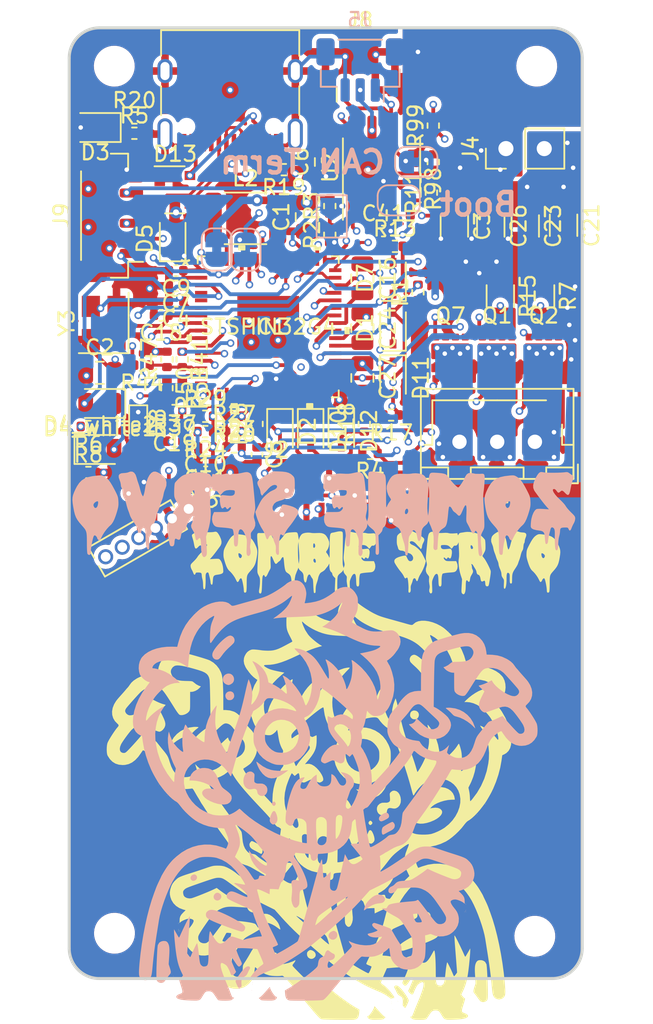
<source format=kicad_pcb>
(kicad_pcb (version 20221018) (generator pcbnew)
  (layers (0 "F.Cu" signal) (1 "In1.Cu" signal) (2 "In2.Cu" signal) (31 "B.Cu" signal) (34 "B.Paste" user) (35 "F.Paste" user) (36 "B.SilkS" user "B.Silkscreen") (37 "F.SilkS" user "F.Silkscreen") (38 "B.Mask" user) (39 "F.Mask" user) (44 "Edge.Cuts" user))
  (net 0 "")
  (net 1 "Net-(JP8-A)")
  (net 2 "VSHUNT1N")
  (net 3 "OSC_IN")
  (net 4 "Net-(IC1-VM)")
  (net 5 "SCREF")
  (net 6 "VM")
  (net 7 "BOOT1")
  (net 8 "OSC_OUT")
  (net 9 "GLS1")
  (net 10 "Net-(D3-K)")
  (net 11 "Net-(D4_white1-K)")
  (net 12 "SW")
  (net 13 "GHS1")
  (net 14 "USER1")
  (net 15 "CAN_SHDN")
  (net 17 "nRST")
  (net 19 "OPP1")
  (net 20 "OPO1")
  (net 21 "OPN1")
  (net 22 "DAC2")
  (net 23 "OPO2")
  (net 24 "OPP2")
  (net 26 "OPN2")
  (net 27 "USER2")
  (net 28 "GLS2")
  (net 29 "GLS3")
  (net 30 "I2C2_SDA")
  (net 31 "I2C2_SCL")
  (net 32 "BOOT3")
  (net 33 "OUT1")
  (net 34 "GHS3")
  (net 35 "BOOT2")
  (net 36 "Net-(D1-A)")
  (net 37 "GHS2")
  (net 38 "D-")
  (net 39 "D+")
  (net 40 "SWDIO")
  (net 41 "SWCLK")
  (net 42 "SPI1_MISO")
  (net 43 "SPI1_MOSI")
  (net 44 "FDCAN1_RX{slash}BOOT_0")
  (net 45 "FDCAN1_TX")
  (net 46 "VDD")
  (net 47 "Net-(D2-A)")
  (net 48 "SPI1_NSS")
  (net 49 "VSHUNT1P")
  (net 50 "/Inputs_out_Puts/VBUS")
  (net 51 "Net-(J14-CC1)")
  (net 53 "Net-(J14-CC2)")
  (net 55 "GND")
  (net 56 "Net-(D7-A)")
  (net 57 "Net-(D10-A)")
  (net 58 "Net-(D11-A)")
  (net 59 "Net-(D12-A)")
  (net 60 "VSHUNT2P")
  (net 61 "VSHUNT2N")
  (net 62 "OUT2")
  (net 63 "OUT3")
  (net 64 "SPI1_SCK")
  (net 66 "GPIO_PA10")
  (net 69 "VBUS_Monitor")
  (net 70 "VREF+")
  (net 71 "VCC")
  (net 73 "Net-(J5-Pin_1)")
  (net 74 "/Inputs_out_Puts/CAN_Termination")
  (net 76 "PC15")
  (net 77 "Net-(U2-S)")
  (net 78 "Net-(D4_white2-K)")
  (net 79 "HA")
  (net 80 "HB")
  (net 81 "HC")
  (net 83 "Net-(JP1-A)")
  (net 84 "Thermistor")
  (footprint "Resistor_SMD:R_0402_1005Metric" (layer "F.Cu") (at 7.493 21.971 -90)
    (fp_text reference "R41")
    (fp_text value "22k")
  )
  (footprint "Capacitor_SMD:C_0805_2012Metric" (layer "F.Cu") (at 2.032 22.86)
    (fp_text reference "C2")
    (fp_text value "220nF")
  )
  (footprint "Resistor_SMD:R_0402_1005Metric" (layer "F.Cu") (at 4.826 22.352 180)
    (fp_text reference "R44")
    (fp_text value "1.5k")
  )
  (footprint "Connector_JST:JST_SH_BM03B-SRSS-TB_1x03-1MP_P1.00mm_Vertical" (layer "F.Cu") (at 19.288 2.794)
    (fp_text reference "J8")
    (fp_text value "Conn_01x03_MountingPin")
  )
  (footprint "Resistor_SMD:R_0402_1005Metric" (layer "F.Cu") (at 1.27 26.416 180)
    (fp_text reference "R6")
    (fp_text value "220")
  )
  (footprint "Capacitor_SMD:C_1206_3216Metric" (layer "F.Cu") (at 25.527 13.13 -90)
    (fp_text reference "C3")
    (fp_text value "2.2uf")
  )
  (footprint "Capacitor_SMD:C_0805_2012Metric" (layer "F.Cu") (at 15.748 12.5315 90)
    (fp_text reference "C1")
    (fp_text value "10uf 25v")
  )
  (footprint "Capacitor_SMD:C_0805_2012Metric" (layer "F.Cu") (at 17.018 8.89 90)
    (fp_text reference "C6")
    (fp_text value "10uF")
  )
  (footprint "LOGO" (layer "F.Cu") (at 15.875 51.689)
    (fp_text reference "G***" hide)
    (fp_text value "LOGO" hide)
  )
  (footprint "Capacitor_SMD:C_0805_2012Metric" (layer "F.Cu") (at 19.431 19.8975 -90)
    (fp_text reference "C24")
    (fp_text value "1uF")
  )
  (footprint "Resistor_SMD:R_0402_1005Metric" (layer "F.Cu") (at 24.13 8.89 -90)
    (fp_text reference "R98")
    (fp_text value "120")
  )
  (footprint "Diode_SMD:D_SOD-323" (layer "F.Cu") (at 21.463 16.5955 90)
    (fp_text reference "D7")
    (fp_text value "1N4148WS")
  )
  (footprint "Capacitor_SMD:C_0402_1005Metric" (layer "F.Cu") (at 9.017 27.7715 180)
    (fp_text reference "C10")
    (fp_text value "1uF")
  )
  (footprint "Resistor_SMD:R_0402_1005Metric" (layer "F.Cu") (at 6.477 21.971 90)
    (fp_text reference "R47")
    (fp_text value "22k")
  )
  (footprint "LOGO" (layer "F.Cu") (at 20.193 35.56)
    (fp_text reference "G***" hide)
    (fp_text value "LOGO" hide)
  )
  (footprint "Resistor_SMD:R_0402_1005Metric" (layer "F.Cu") (at 23.114 17.526 90)
    (fp_text reference "R1")
    (fp_text value "33")
  )
  (footprint "Resistor_SMD:R_0402_1005Metric" (layer "F.Cu") (at 6.983 25.3585 180)
    (fp_text reference "R39")
    (fp_text value "3.01k")
  )
  (footprint "Capacitor_SMD:C_0402_1005Metric" (layer "F.Cu") (at 6.096 19.05 180)
    (fp_text reference "C18")
    (fp_text value "20p")
  )
  (footprint "Connector_PinHeader_2.54mm:PinHeader_1x02_P2.54mm_Vertical" (layer "F.Cu") (at 28.946 8.001 90)
    (fp_text reference "J4")
    (fp_text value "Conn_01x02_Female")
  )
  (footprint "Connector_PinHeader_1.27mm:PinHeader_1x06_P1.27mm_Vertical" (layer "F.Cu") (at 7.914705 31.877 -60)
    (fp_text reference "J6")
    (fp_text value "Conn_01x06_MountingPin")
  )
  (footprint "Diode_SMD:D_SOD-323" (layer "F.Cu") (at 18.034 26.7215 -90)
    (fp_text reference "D12")
    (fp_text value "1N4148WS")
  )
  (footprint "Resistor_SMD:R_1206_3216Metric" (layer "F.Cu") (at 31.242 17.78 -90)
    (fp_text reference "R7")
    (fp_text value "7mΩ")
  )
  (footprint "Resistor_SMD:R_0402_1005Metric" (layer "F.Cu") (at 17.272 11.809 90)
    (fp_text reference "R3")
    (fp_text value "10k")
  )
  (footprint "Resistor_SMD:R_0402_1005Metric" (layer "F.Cu") (at 17.272 13.714 90)
    (fp_text reference "R2")
    (fp_text value "10k")
  )
  (footprint "Resistor_SMD:R_0402_1005Metric" (layer "F.Cu") (at 24.13 6.477 90)
    (fp_text reference "R99")
    (fp_text value "10K")
  )
  (footprint "Resistor_SMD:R_0402_1005Metric" (layer "F.Cu") (at 21.338 25.654 180)
    (fp_text reference "R17")
    (fp_text value "33")
  )
  (footprint "LED_SMD:LED_0805_2012Metric" (layer "F.Cu") (at 2.032 24.892 180)
    (fp_text reference "D4_white1")
    (fp_text value "LED")
  )
  (footprint "Diode_SMD:D_SOD-323" (layer "F.Cu") (at 13.97 26.7555 -90)
    (fp_text reference "D2")
    (fp_text value "1N4148WS")
  )
  (footprint "Resistor_SMD:R_0402_1005Metric" (layer "F.Cu") (at 6.983 27.3905)
    (fp_text reference "R37")
    (fp_text value "72.3k")
  )
  (footprint "Resistor_SMD:R_0402_1005Metric" (layer "F.Cu") (at 10.922 25.7395 180)
    (fp_text reference "R26")
    (fp_text value "22k")
  )
  (footprint "Diode_SMD:D_SOD-323" (layer "F.Cu") (at 16.002 26.7555 -90)
    (fp_text reference "D10")
    (fp_text value "1N4148WS")
  )
  (footprint "Capacitor_SMD:C_0805_2012Metric" (layer "F.Cu") (at 19.431 16.5955 -90)
    (fp_text reference "C16")
    (fp_text value "1uF")
  )
  (footprint "Resistor_SMD:R_0402_1005Metric" (layer "F.Cu") (at 1.27 29.464)
    (fp_text reference "R8")
    (fp_text value "220")
  )
  (footprint "MountingHole:MountingHole_2.2mm_M2" (layer "F.Cu") (at 3 60)
    (fp_text reference "H4" hide)
    (fp_text value "MountingHole")
  )
  (footprint "Resistor_SMD:R_0402_1005Metric" (layer "F.Cu") (at 24.003 10.922 90)
    (fp_text reference "R11")
    (fp_text value "10k")
  )
  (footprint "Resistor_SMD:R_0402_1005Metric" (layer "F.Cu") (at 9.017 25.7395)
    (fp_text reference "R29")
    (fp_text value "11k")
  )
  (footprint "Resistor_SMD:R_0402_1005Metric" (layer "F.Cu") (at 10.922 26.7555)
    (fp_text reference "R27")
    (fp_text value "22k")
  )
  (footprint "Resistor_SMD:R_0402_1005Metric" (layer "F.Cu") (at 7.493 23.876 -90)
    (fp_text reference "R53")
    (fp_text value "11k")
  )
  (footprint "Resistor_SMD:R_0402_1005Metric" (layer "F.Cu") (at 4.318 5.969)
    (fp_text reference "R20")
    (fp_text value "5.1k")
  )
  (footprint "Resistor_SMD:R_1206_3216Metric" (layer "F.Cu") (at 28.575 17.78 -90)
    (fp_text reference "R15")
    (fp_text value "7mΩ")
  )
  (footprint "Capacitor_SMD:C_1206_3216Metric" (layer "F.Cu") (at 30.226 13.13 -90)
    (fp_text reference "C23")
    (fp_text value "2.2uf")
  )
  (footprint "Resistor_SMD:R_0402_1005Metric" (layer "F.Cu") (at 9.017 26.7555 180)
    (fp_text reference "R24")
    (fp_text value "1.5k")
  )
  (footprint "LED_SMD:LED_0805_2012Metric" (layer "F.Cu") (at 2.032 27.94)
    (fp_text reference "D4_white2")
    (fp_text value "LED")
  )
  (footprint "mystuff:V-DFN3030-8 (Type K)" (layer "F.Cu") (at 31.455 21.866)
    (fp_text reference "Q2")
    (fp_text value "Q_Dual_NMOS_G1")
  )
  (footprint "Diode_SMD:D_SOD-323" (layer "F.Cu") (at 21.463 23.1995 -90)
    (fp_text reference "D11")
    (fp_text value "1N4148WS")
  )
  (footprint "Connector_JST:JST_SH_BM06B-SRSS-TB_1x06-1MP_P1.00mm_Vertical" (layer "F.Cu") (at 2.794 12.446 90)
    (fp_text reference "J9")
    (fp_text value "Conn_01x06_MountingPin")
  )
  (footprint "Diode_SMD:D_SOD-523" (layer "F.Cu") (at 4.572 26.162 -90)
    (fp_text reference "D8")
    (fp_text value "BAT30k")
  )
  (footprint "mystuff:V-DFN3030-8 (Type K)" (layer "F.Cu") (at 28.362 21.866)
    (fp_text reference "Q1")
    (fp_text value "Q_Dual_NMOS_G1")
  )
  (footprint "Resistor_SMD:R_0402_1005Metric" (layer "F.Cu") (at 19.939 28.194 180)
    (fp_text reference "R4")
    (fp_text value "33")
  )
  (footprint "Capacitor_SMD:C_0402_1005Metric" (layer "F.Cu") (at 7.084 16.0875 180)
    (fp_text reference "C9")
    (fp_text value "100nF")
  )
  (footprint "Resistor_SMD:R_0402_1005Metric" (layer "F.Cu") (at 14.224 9.398 180)
    (fp_text reference "R19")
    (fp_text value "5.1k")
  )
  (footprint "Capacitor_SMD:C_1206_3216Metric" (layer "F.Cu") (at 27.94 13.13 -90)
    (fp_text reference "C26")
    (fp_text value "2.2uf")
  )
  (footprint "Capacitor_SMD:C_1206_3216Metric" (layer "F.Cu") (at 32.766 13.081 -90)
    (fp_text reference "C21")
    (fp_text value "2.2uf")
  )
  (footprint "mystuff:V-DFN3030-8 (Type K)" (layer "F.Cu") (at 25.273 21.866)
    (fp_text reference "Q7")
    (fp_text value "Q_Dual_NMOS_G1")
  )
  (footprint "Capacitor_SMD:C_0402_1005Metric" (layer "F.Cu") (at 20.828 13.462)
    (fp_text reference "C41")
    (fp_text value "100nF")
  )
  (footprint "mystuff:0.5K-A-12PBF" (layer "F.Cu") (at 16.724 30.97)
    (fp_text reference "J2")
    (fp_text value "Conn_01x12_MountingPin")
  )
  (footprint "spin_2:STSPIN32G4" (layer "F.Cu") (at 13.189501 19.8099)
    (fp_text reference "IC1")
    (fp_text value "STSPIN32G4")
  )
  (footprint "Resistor_SMD:R_0402_1005Metric" (layer "F.Cu") (at 6.477 23.876 -90)
    (fp_text reference "R50")
    (fp_text value "1.5k")
  )
  (footprint "Capacitor_SMD:C_0402_1005Metric" (layer "F.Cu") (at 6.955 26.3745 180)
    (fp_text reference "C19")
    (fp_text value "33nf")
  )
  (footprint "Crystal:Crystal_SMD_3225-4Pin_3.2x2.5mm" (layer "F.Cu") (at 2.286 19.558 90)
    (fp_text reference "Y3")
    (fp_text value "24mhz")
  )
  (footprint "Resistor_SMD:R_0402_1005Metric" (layer "F.Cu") (at 21.592 14.478)
    (fp_text reference "R13")
    (fp_text value "33")
  )
  (footprint "Diode_SMD:D_SOD-323" (layer "F.Cu") (at 21.463 19.8975 90)
    (fp_text reference "D1")
    (fp_text value "1N4148WS")
  )
  (footprint "MountingHole:MountingHole_2.2mm_M2" (layer "F.Cu") (at 30.988 2.54)
    (fp_text reference "H3" hide)
    (fp_text value "MountingHole")
  )
  (footprint "Package_TO_SOT_SMD:SOT-143" (layer "F.Cu") (at 7.001 10.734)
    (fp_text reference "D13")
    (fp_text value "PRTR5V0U2X")
  )
  (footprint "Diode_SMD:D_SOD-323" (layer "F.Cu") (at 6.858 13.97 90)
    (fp_text reference "D5")
    (fp_text value "SS210")
  )
  (footprint "Inductor_SMD:L_1812_4532Metric" (layer "F.Cu") (at 11.684 12.6245)
    (fp_text reference "L2")
    (fp_text value "18uh")
  )
  (footprint "Capacitor_SMD:C_0402_1005Metric" (layer "F.Cu") (at 7.084 17.0975 180)
    (fp_text reference "C7")
    (fp_text value "100nF")
  )
  (footprint "Resistor_SMD:R_0402_1005Metric" (layer "F.Cu") (at 4.318 6.985)
    (fp_text reference "R5")
    (fp_text value "220")
  )
  (footprint "Resistor_SMD:R_0402_1005Metric" (layer "F.Cu") (at 10.926 27.7715)
    (fp_text reference "R23")
    (fp_text value "1.5k")
  )
  (footprint "Package_SO:SOIC-8_3.9x4.9mm_P1.27mm" (layer "F.Cu") (at 20.701 9.271 90)
    (fp_text reference "U2")
    (fp_text value "TJA1057T/1Z")
  )
  (footprint "Capacitor_SMD:C_0402_1005Metric" (layer "F.Cu") (at 7.084 18.1195 180)
    (fp_text reference "C4")
    (fp_text value "20p")
  )
  (footprint "Capacitor_SMD:C_0805_2012Metric" (layer "F.Cu") (at 19.431 23.1995 -90)
    (fp_text reference "C27")
    (fp_text value "1uF")
  )
  (footprint "LED_SMD:LED_0805_2012Metric" (layer "F.Cu") (at 1.7295 6.604 180)
    (fp_text reference "D3")
    (fp_text value "LED")
  )
  (footprint "Connector_JST:JST_XH_B3B-XH-AM_1x03_P2.50mm_Vertical" (layer "F.Cu") (at 30.867064 27.432 180)
    (fp_text reference "J1")
    (fp_text value "Conn_01x03_Pin")
  )
  (footprint "Resistor_SMD:R_0402_1005Metric" (layer "F.Cu") (at 12.446 26.2475 90)
    (fp_text reference "R25")
    (fp_text value "33")
  )
  (footprint "MountingHole:MountingHole_2.2mm_M2" (layer "F.Cu") (at 30.861 60.198)
    (fp_text reference "H2" hide)
    (fp_text value "MountingHole")
  )
  (footprint "Connector_USB:USB_C_Receptacle_XKB_U262-16XN-4BVC11" (layer "F.Cu") (at 10.668 3.937 180)
    (fp_text reference "J14" hide)
    (fp_text value "USB_C_Receptacle_USB2.0")
  )
  (footprint "MountingHole:MountingHole_2.2mm_M2" (layer "F.Cu") (at 2.988 2.54)
    (fp_text reference "H1" hide)
    (fp_text value "MountingHole")
  )
  (footprint "Capacitor_SMD:C_0402_1005Metric" (layer "F.Cu") (at 12.446 28.2795 -90)
    (fp_text reference "C8")
    (fp_text value "1uF")
  )
  (footprint "Capacitor_SMD:C_0402_1005Metric" (layer "F.Cu") (at 9.045 28.702 180)
    (fp_text reference "C11")
    (fp_text value "100nF")
  )
  (footprint "Resistor_SMD:R_0402_1005Metric" (layer "F.Cu") (at 19.558 26.2495 90)
    (fp_text reference "R18")
    (fp_text value "33")
  )
  (footprint "Jumper:SolderJumper-2_P1.3mm_Bridged_RoundedPad1.0x1.5mm" (layer "B.Cu") (at 23.002 8.89 180)
    (fp_text reference "JP1" hide)
    (fp_text value "Jumper_2_Bridged")
  )
  (footprint "Connector_JST:JST_SH_BM03B-SRSS-TB_1x03-1MP_P1.00mm_Vertical" (layer "B.Cu") (at 19.288 2.794 180)
    (fp_text reference "J5")
    (fp_text value "Conn_01x03_MountingPin")
  )
  (footprint "Jumper:SolderJumper-2_P1.3mm_Bridged_RoundedPad1.0x1.5mm" (layer "B.Cu") (at 11.684 14.7055 90)
    (fp_text reference "JP4" hide)
    (fp_text value "Jumper_2_Bridged")
  )
  (footprint "LOGO" (layer "B.Cu") (at 17.653 50.419 180)
    (fp_text reference "G***" hide)
    (fp_text value "LOGO" hide)
  )
  (footprint "Jumper:SolderJumper-2_P1.3mm_Bridged_RoundedPad1.0x1.5mm" (layer "B.Cu") (at 9.779 14.6905 -90)
    (fp_text reference "JP8" hide)
    (fp_text value "Jumper_2_Bridged")
  )
  (footprint "LOGO" (layer "B.Cu") (at 17.018 32.385 180)
    (fp_text reference "G***" hide)
    (fp_text value "LOGO" hide)
  )
  (footprint "Jumper:SolderJumper-2_P1.3mm_Open_RoundedPad1.0x1.5mm" (layer "B.Cu") (at 21.844 11.43 180)
    (fp_text reference "SW1" hide)
    (fp_text value "SW_Push")
  )
  (footprint "NetTie:NetTie-2_SMD_Pad0.5mm" (layer "B.Cu") (at 23.749 16.256)
    (fp_text reference "NT1" hide)
    (fp_text value "NetTie_2")
  )
  (footprint "Jumper:SolderJumper-2_P1.3mm_Open_TrianglePad1.0x1.5mm" (layer "B.Cu") (at 17.399 12.4945 -90)
    (fp_text reference "JP3" hide)
    (fp_text value "Jumper_2_Open")
  )
  (footprint "NetTie:NetTie-2_SMD_Pad0.5mm" (layer "B.Cu") (at 24.257 16.764 90)
    (fp_text reference "NT2" hide)
    (fp_text value "NetTie_2")
  )
  (gr_line (start 2 0) (end 32 0) (stroke (width 0.2)) (layer "Edge.Cuts"))
  (gr_line (start 34 2) (end 34 61) (stroke (width 0.2)) (layer "Edge.Cuts"))
  (gr_line (start 32 63) (end 2 63) (stroke (width 0.2)) (layer "Edge.Cuts"))
  (gr_arc (start 2 63) (mid 0.585786 62.414214) (end 0 61) (stroke (width 0.2)) (layer "Edge.Cuts"))
  (gr_arc (start 32 0) (mid 33.414214 0.585786) (end 34 2) (stroke (width 0.2)) (layer "Edge.Cuts"))
  (gr_arc (start 34 61) (mid 33.414214 62.414214) (end 32 63) (stroke (width 0.2)) (layer "Edge.Cuts"))
  (gr_line (start 0 61) (end 0 2) (stroke (width 0.2)) (layer "Edge.Cuts"))
  (gr_arc (start 0 2) (mid 0.585786 0.585786) (end 2 0) (stroke (width 0.2)) (layer "Edge.Cuts"))
  (gr_text "Boot" (at 29.845 12.573) (layer "B.SilkS") (effects (font (size 1.5 1.5) (thickness 0.3) bold) (justify left bottom mirror)))
  (gr_text "CAN Term\n" (at 21.082 9.779) (layer "B.SilkS") (effects (font (size 1.5 1.5) (thickness 0.3) bold) (justify left bottom mirror)))
  (segment (start 13.8215 12.6245) (end 13.8215 12.0435) (width 0.5) (layer "F.Cu") (net 1))
  (segment (start 13.8215 12.0435) (end 13.208 11.43) (width 0.5) (layer "F.Cu") (net 1))
  (segment (start 14.4975 13.4815) (end 15.748 13.4815) (width 0.508) (layer "F.Cu") (net 1))
  (segment (start 13.208 11.43) (end 12.446 11.43) (width 0.5) (layer "F.Cu") (net 1))
  (via (at 12.446 11.43) (size 0.8) (drill 0.4) (layers "F.Cu" "B.Cu") (net 1))
  (segment (start 9.779 13.081) (end 9.779 14.0405) (width 0.5) (layer "B.Cu") (net 1))
  (segment (start 11.43 11.43) (end 9.779 13.081) (width 0.5) (layer "B.Cu") (net 1))
  (segment (start 12.446 11.43) (end 11.43 11.43) (width 0.5) (layer "B.Cu") (net 1))
  (segment (start 4.699 24.386) (end 6.477 24.386) (width 0.2) (layer "F.Cu") (net 2))
  (via (at 4.699 24.386) (size 0.5) (drill 0.3) (layers "F.Cu" "B.Cu") (net 2))
  (via (at 4.826 23.114) (size 0.5) (drill 0.3) (layers "F.Cu" "B.Cu") (net 2))
  (segment (start 14.605 18.669) (end 16.51 16.764) (width 0.25) (layer "B.Cu") (net 2))
  (segment (start 10.795 18.669) (end 14.605 18.669) (width 0.25) (layer "B.Cu") (net 2))
  (segment (start 17.145 16.764) (end 17.653 17.272) (width 0.25) (layer "B.Cu") (net 2))
  (segment (start 16.51 16.764) (end 17.145 16.764) (width 0.25) (layer "B.Cu") (net 2))
  (segment (start 21.717 16.891) (end 22.352 16.256) (width 0.25) (layer "B.Cu") (net 2))
  (segment (start 22.352 16.256) (end 23.249 16.256) (width 0.25) (layer "B.Cu") (net 2))
  (segment (start 4.826 20.066) (end 5.969 18.923) (width 0.25) (layer "B.Cu") (net 2))
  (segment (start 5.969 18.923) (end 10.541 18.923) (width 0.25) (layer "B.Cu") (net 2))
  (segment (start 10.541 18.923) (end 10.795 18.669) (width 0.25) (layer "B.Cu") (net 2))
  (segment (start 4.826 23.114) (end 4.826 20.066) (width 0.25) (layer "B.Cu") (net 2))
  (segment (start 17.653 17.272) (end 20.066 17.272) (width 0.25) (layer "B.Cu") (net 2))
  (segment (start 20.447 16.891) (end 21.717 16.891) (width 0.25) (layer "B.Cu") (net 2))
  (segment (start 20.066 17.272) (end 20.447 16.891) (width 0.25) (layer "B.Cu") (net 2))
  (segment (start 2.075 18.585) (end 1.948 18.458) (width 0.25) (layer "F.Cu") (net 3))
  (segment (start 7.3248 17.942191) (end 7.942194 18.559585) (width 0.25) (layer "F.Cu") (net 3))
  (segment (start 7.942194 18.559585) (end 8.744501 18.559585) (width 0.25) (layer "F.Cu") (net 3))
  (segment (start 1.948 18.458) (end 1.436 18.458) (width 0.25) (layer "F.Cu") (net 3))
  (segment (start 7.3248 17.848594) (end 7.3248 17.942191) (width 0.25) (layer "F.Cu") (net 3))
  (via (at 7.3248 17.848594) (size 0.5) (drill 0.3) (layers "F.Cu" "B.Cu") (net 3))
  (via (at 2.075 18.585) (size 0.5) (drill 0.3) (layers "F.Cu" "B.Cu") (net 3))
  (segment (start 2.075 18.585) (end 2.626 18.034) (width 0.25) (layer "B.Cu") (net 3))
  (segment (start 2.626 18.034) (end 7.139394 18.034) (width 0.25) (layer "B.Cu") (net 3))
  (segment (start 7.139394 18.034) (end 7.3248 17.848594) (width 0.25) (layer "B.Cu") (net 3))
  (segment (start 10.4555 16.3415) (end 10.938934 15.858066) (width 0.25) (layer "F.Cu") (net 4))
  (segment (start 9.906 16.3415) (end 10.4555 16.3415) (width 0.25) (layer "F.Cu") (net 4))
  (segment (start 10.938934 15.858066) (end 10.938934 15.3649) (width 0.25) (layer "F.Cu") (net 4))
  (via (at 9.906 16.3415) (size 0.5) (drill 0.3) (layers "F.Cu" "B.Cu") (net 4))
  (via (at 5.588 15.24) (size 0.5) (drill 0.3) (layers "F.Cu" "B.Cu") (net 4))
  (via (at 1.143 23.053) (size 0.5) (drill 0.3) (layers "F.Cu" "B.Cu") (net 4))
  (segment (start 6.883158 16.129) (end 6.379158 15.625) (width 0.25) (layer "B.Cu") (net 4))
  (segment (start 6.379158 15.625) (end 5.973 15.625) (width 0.25) (layer "B.Cu") (net 4))
  (segment (start 9.906 16.3415) (end 10.4555 16.3415) (width 0.25) (layer "B.Cu") (net 4))
  (segment (start 9.150773 16.129) (end 6.883158 16.129) (width 0.25) (layer "B.Cu") (net 4))
  (segment (start 5.973 15.625) (end 5.588 15.24) (width 0.25) (layer "B.Cu") (net 4))
  (segment (start 9.363273 16.3415) (end 9.150773 16.129) (width 0.25) (layer "B.Cu") (net 4))
  (segment (start 11.4415 15.3555) (end 11.684 15.3555) (width 0.25) (layer "B.Cu") (net 4))
  (segment (start 9.906 16.3415) (end 9.363273 16.3415) (width 0.25) (layer "B.Cu") (net 4))
  (segment (start 10.4555 16.3415) (end 11.4415 15.3555) (width 0.25) (layer "B.Cu") (net 4))
  (segment (start 17.272 13.204) (end 17.272 12.319) (width 0.25) (layer "F.Cu") (net 5))
  (segment (start 14.809666 14.255544) (end 15.013986 14.255544) (width 0.25) (layer "F.Cu") (net 5))
  (segment (start 15.440068 14.681626) (end 15.440068 15.3649) (width 0.25) (layer "F.Cu") (net 5))
  (segment (start 17.78 11.811) (end 17.272 12.319) (width 0.25) (layer "F.Cu") (net 5))
  (segment (start 15.013986 14.255544) (end 15.440068 14.681626) (width 0.25) (layer "F.Cu") (net 5))
  (segment (start 18.0465 11.811) (end 17.78 11.811) (width 0.25) (layer "F.Cu") (net 5))
  (via (at 14.809666 14.255544) (size 0.5) (drill 0.3) (layers "F.Cu" "B.Cu") (net 5))
  (via (at 18.0465 11.811) (size 0.5) (drill 0.3) (layers "F.Cu" "B.Cu") (net 5))
  (segment (start 14.809666 13.596834) (end 16.4255 11.981) (width 0.25) (layer "B.Cu") (net 5))
  (segment (start 16.4255 11.981) (end 17.399 11.981) (width 0.25) (layer "B.Cu") (net 5))
  (segment (start 14.809666 14.255544) (end 14.809666 13.596834) (width 0.25) (layer "B.Cu") (net 5))
  (segment (start 33.274 23.495) (end 32.893 23.114) (width 0.25) (layer "F.Cu") (net 6))
  (segment (start 33.274 28.829) (end 33.274 23.495) (width 0.25) (layer "F.Cu") (net 6))
  (segment (start 23.368 12.446) (end 24.736 12.446) (width 0.25) (layer "F.Cu") (net 6))
  (segment (start 19.939 31.88) (end 19.939 29.718) (width 0.25) (layer "F.Cu") (net 6))
  (segment (start 19.939 29.718) (end 20.193 29.464) (width 0.25) (layer "F.Cu") (net 6))
  (segment (start 6.5145 27.432) (end 6.473 27.3905) (width 0.25) (layer "F.Cu") (net 6))
  (segment (start 19.724 32.095) (end 19.939 31.88) (width 0.25) (layer "F.Cu") (net 6))
  (segment (start 20.193 29.464) (end 32.639 29.464) (width 0.25) (layer "F.Cu") (net 6))
  (segment (start 24.736 12.446) (end 25.527 11.655) (width 0.25) (layer "F.Cu") (net 6))
  (segment (start 32.639 29.464) (end 33.274 28.829) (width 0.25) (layer "F.Cu") (net 6))
  (segment (start 6.7735 27.432) (end 6.5145 27.432) (width 0.25) (layer "F.Cu") (net 6))
  (via (at 33.528 20.701) (size 0.5) (drill 0.3) (layers "F.Cu" "B.Cu") (net 6))
  (via (at 30.353 10.541) (size 0.5) (drill 0.3) (layers "F.Cu" "B.Cu") (net 6))
  (via (at 33.02 7.62) (size 0.5) (drill 0.3) (layers "F.Cu" "B.Cu") (net 6))
  (via (at 33.147 19.685) (size 0.5) (drill 0.3) (layers "F.Cu" "B.Cu") (net 6))
  (via (at 32.766 10.541) (size 0.5) (drill 0.3) (layers "F.Cu" "B.Cu") (net 6))
  (via (at 33.02 18.542) (size 0.5) (drill 0.3) (layers "F.Cu" "B.Cu") (net 6))
  (via (at 6.7735 27.432) (size 0.5) (drill 0.3) (layers "F.Cu" "B.Cu") (net 6))
  (via (at 23.368 12.446) (size 0.5) (drill 0.3) (layers "F.Cu" "B.Cu") (net 6))
  (via (at 12.585657 12.267944) (size 0.5) (drill 0.3) (layers "F.Cu" "B.Cu") (net 6))
  (via (at 33.401 9.271) (size 0.5) (drill 0.3) (layers "F.Cu" "B.Cu") (net 6))
  (via (at 33.528 17.145) (size 0.5) (drill 0.3) (layers "F.Cu" "B.Cu") (net 6))
  (via (at 33.274 21.971) (size 0.5) (drill 0.3) (layers "F.Cu" "B.Cu") (net 6))
  (via (at 11.303 14.048008) (size 0.5) (drill 0.3) (layers "F.Cu" "B.Cu") (net 6))
  (segment (start 11.684 13.208) (end 11.684 14.0555) (width 0.25) (layer "B.Cu") (net 6))
  (segment (start 12.585657 12.306343) (end 11.684 13.208) (width 0.25) (layer "B.Cu") (net 6))
  (segment (start 12.585657 12.267944) (end 12.585657 12.306343) (width 0.25) (layer "B.Cu") (net 6))
  (segment (start 18.365901 19.511711) (end 18.365901 18.474426) (width 0.25) (layer "F.Cu") (net 7))
  (segment (start 18.317775 19.559837) (end 18.365901 19.511711) (width 0.25) (layer "F.Cu") (net 7))
  (segment (start 19.294827 17.5455) (end 19.431 17.5455) (width 0.25) (layer "F.Cu") (net 7))
  (segment (start 18.365901 18.474426) (end 19.294827 17.5455) (width 0.25) (layer "F.Cu") (net 7))
  (segment (start 17.634501 19.559837) (end 18.317775 19.559837) (width 0.25) (layer "F.Cu") (net 7))
  (segment (start 6.475 19.412609) (end 6.135109 19.7525) (width 0.25) (layer "F.Cu") (net 8))
  (segment (start 6.135109 19.7525) (end 4.0415 19.7525) (width 0.25) (layer "F.Cu") (net 8))
  (segment (start 4.0415 19.7525) (end 3.136 20.658) (width 0.25) (layer "F.Cu") (net 8))
  (segment (start 6.576 19.05) (end 6.585711 19.059711) (width 0.25) (layer "F.Cu") (net 8))
  (segment (start 6.576 19.05) (end 6.475 19.151) (width 0.25) (layer "F.Cu") (net 8))
  (segment (start 6.475 19.151) (end 6.475 19.412609) (width 0.25) (layer "F.Cu") (net 8))
  (segment (start 6.585711 19.059711) (end 8.744501 19.059711) (width 0.25) (layer "F.Cu") (net 8))
  (segment (start 14.825 25.7055) (end 13.97 25.7055) (width 0.25) (layer "F.Cu") (net 9))
  (segment (start 13.97 25.7055) (end 12.478 25.7055) (width 0.25) (layer "F.Cu") (net 9))
  (segment (start 15.440068 25.158432) (end 14.859 25.7395) (width 0.25) (layer "F.Cu") (net 9))
  (segment (start 15.440068 24.2549) (end 15.440068 25.158432) (width 0.25) (layer "F.Cu") (net 9))
  (segment (start 14.859 25.7395) (end 14.825 25.7055) (width 0.25) (layer "F.Cu") (net 9))
  (segment (start 12.478 25.7055) (end 12.446 25.7375) (width 0.25) (layer "F.Cu") (net 9))
  (segment (start 3.81 7.114) (end 2.9715 7.114) (width 0.25) (layer "F.Cu") (net 10))
  (segment (start 2.9715 7.114) (end 2.4615 6.604) (width 0.25) (layer "F.Cu") (net 10))
  (segment (start 1.78 26.416) (end 2.794 26.416) (width 0.25) (layer "F.Cu") (net 11))
  (segment (start 3.048 26.162) (end 3.048 24.9705) (width 0.25) (layer "F.Cu") (net 11))
  (segment (start 2.794 26.416) (end 3.048 26.162) (width 0.25) (layer "F.Cu") (net 11))
  (segment (start 3.048 24.9705) (end 2.9695 24.892) (width 0.25) (layer "F.Cu") (net 11))
  (segment (start 6.858 14.732) (end 8.9655 12.6245) (width 0.508) (layer "F.Cu") (net 12))
  (segment (start 6.858 15.02) (end 6.858 14.732) (width 0.508) (layer "F.Cu") (net 12))
  (segment (start 9.5465 13.569) (end 9.5465 12.6245) (width 0.25) (layer "F.Cu") (net 12))
  (segment (start 10.438808 15.3649) (end 10.438808 14.461308) (width 0.25) (layer "F.Cu") (net 12))
  (segment (start 10.438808 14.461308) (end 9.5465 13.569) (width 0.25) (layer "F.Cu") (net 12))
  (segment (start 8.9655 12.6245) (end 9.5465 12.6245) (width 0.508) (layer "F.Cu") (net 12))
  (segment (start 20.574 18.161) (end 20.9475 18.161) (width 0.25) (layer "F.Cu") (net 13))
  (segment (start 15.748 19.177) (end 16.383 19.177) (width 0.25) (layer "F.Cu") (net 13))
  (segment (start 20.9475 18.161) (end 21.463 17.6455) (width 0.25) (layer "F.Cu") (net 13))
  (segment (start 16.383 19.177) (end 17.000415 18.559585) (width 0.25) (layer "F.Cu") (net 13))
  (segment (start 22.102 17.0065) (end 22.102 14.478) (width 0.25) (layer "F.Cu") (net 13))
  (segment (start 21.463 17.6455) (end 22.102 17.0065) (width 0.25) (layer "F.Cu") (net 13))
  (segment (start 17.000415 18.559585) (end 17.634501 18.559585) (width 0.25) (layer "F.Cu") (net 13))
  (via (at 20.574 18.161) (size 0.5) (drill 0.3) (layers "F.Cu" "B.Cu") (net 13))
  (via (at 15.748 19.177) (size 0.5) (drill 0.3) (layers "F.Cu" "B.Cu") (net 13))
  (segment (start 20.32 18.415) (end 20.574 18.161) (width 0.25) (layer "B.Cu") (net 13))
  (segment (start 17.399 18.415) (end 20.32 18.415) (width 0.25) (layer "B.Cu") (net 13))
  (segment (start 15.748 19.177) (end 16.637 19.177) (width 0.25) (layer "B.Cu") (net 13))
  (segment (start 16.637 19.177) (end 17.399 18.415) (width 0.25) (layer "B.Cu") (net 13))
  (segment (start 9.906 17.537432) (end 9.427775 17.059207) (width 0.25) (layer "F.Cu") (net 14))
  (segment (start 9.427775 17.059207) (end 8.744501 17.059207) (width 0.25) (layer "F.Cu") (net 14))
  (segment (start 9.906 17.78) (end 9.906 17.537432) (width 0.25) (layer "F.Cu") (net 14))
  (segment (start 1.0945 24.892) (end 1.016 24.892) (width 0.25) (layer "F.Cu") (net 14))
  (via (at 9.906 17.78) (size 0.5) (drill 0.3) (layers "F.Cu" "B.Cu") (net 14))
  (via (at 1.016 24.892) (size 0.5) (drill 0.3) (layers "F.Cu" "B.Cu") (net 14))
  (segment (start 8.255 17.78) (end 9.906 17.78) (width 0.25) (layer "B.Cu") (net 14))
  (segment (start 6.35 17.399) (end 6.858 17.399) (width 0.25) (layer "B.Cu") (net 14))
  (segment (start 7.112 17.145) (end 7.62 17.145) (width 0.25) (layer "B.Cu") (net 14))
  (segment (start 1.016 24.892) (end 2.032 23.876) (width 0.25) (layer "B.Cu") (net 14))
  (segment (start 1.016 17.78) (end 2.159 16.637) (width 0.25) (layer "B.Cu") (net 14))
  (segment (start 6.858 17.399) (end 7.112 17.145) (width 0.25) (layer "B.Cu") (net 14))
  (segment (start 2.032 21.59) (end 1.016 20.574) (width 0.25) (layer "B.Cu") (net 14))
  (segment (start 1.016 20.574) (end 1.016 17.78) (width 0.25) (layer "B.Cu") (net 14))
  (segment (start 5.588 16.637) (end 6.35 17.399) (width 0.25) (layer "B.Cu") (net 14))
  (segment (start 7.62 17.145) (end 8.255 17.78) (width 0.25) (layer "B.Cu") (net 14))
  (segment (start 2.032 23.876) (end 2.032 21.59) (width 0.25) (layer "B.Cu") (net 14))
  (segment (start 2.159 16.637) (end 5.588 16.637) (width 0.25) (layer "B.Cu") (net 14))
  (segment (start 24.541 7.015) (end 24.003 7.015) (width 0.25) (layer "F.Cu") (net 15))
  (segment (start 12.732638 16.3415) (end 12.439312 16.048174) (width 0.25) (layer "F.Cu") (net 15))
  (segment (start 24.892 7.366) (end 24.541 7.015) (width 0.25) (layer "F.Cu") (net 15))
  (segment (start 12.439312 16.048174) (end 12.439312 15.3649) (width 0.25) (layer "F.Cu") (net 15))
  (via (at 12.732638 16.3415) (size 0.5) (drill 0.3) (layers "F.Cu" "B.Cu") (net 15))
  (via (at 24.892 7.366) (size 0.5) (drill 0.3) (layers "F.Cu" "B.Cu") (net 15))
  (segment (start 7.395844 19.812) (end 7.649844 19.558) (width 0.25) (layer "F.Cu") (net 17))
  (segment (start 6.223 13.97) (end 3.874 13.97) (width 0.25) (layer "F.Cu") (net 17))
  (segment (start 7.875837 19.559837) (end 8.744501 19.559837) (width 0.25) (layer "F.Cu") (net 17))
  (segment (start 3.874 13.97) (end 3.81 13.906) (width 0.25) (layer "F.Cu") (net 17))
  (segment (start 7.874 19.558) (end 7.875837 19.559837) (width 0.25) (layer "F.Cu") (net 17))
  (segment (start 7.649844 19.558) (end 7.874 19.558) (width 0.25) (layer "F.Cu") (net 17))
  (via (at 6.223 13.97) (size 0.5) (drill 0.3) (layers "F.Cu" "B.Cu") (net 17))
  (via (at 7.395844 19.812) (size 0.5) (drill 0.3) (layers "F.Cu" "B.Cu") (net 17))
  (segment (start 8.174276 22.560593) (end 8.094683 22.481) (width 0.2) (layer "F.Cu") (net 19))
  (segment (start 6.477 22.481) (end 6.348 22.352) (width 0.2) (layer "F.Cu") (net 19))
  (segment (start 8.744501 22.560593) (end 8.174276 22.560593) (width 0.2) (layer "F.Cu") (net 19))
  (segment (start 6.348 22.352) (end 5.336 22.352) (width 0.2) (layer "F.Cu") (net 19))
  (segment (start 8.094683 22.481) (end 7.493 22.481) (width 0.2) (layer "F.Cu") (net 19))
  (segment (start 7.493 22.481) (end 6.477 22.481) (width 0.2) (layer "F.Cu") (net 19))
  (segment (start 7.493 23.366) (end 7.798281 23.060719) (width 0.25) (layer "F.Cu") (net 20))
  (segment (start 7.798281 23.060719) (end 8.744501 23.060719) (width 0.25) (layer "F.Cu") (net 20))
  (segment (start 7.919346 24.386) (end 8.744501 23.560845) (width 0.2) (layer "F.Cu") (net 21))
  (segment (start 7.493 24.382) (end 6.477 23.366) (width 0.2) (layer "F.Cu") (net 21))
  (segment (start 7.493 24.386) (end 7.493 24.382) (width 0.2) (layer "F.Cu") (net 21))
  (segment (start 7.493 24.386) (end 7.919346 24.386) (width 0.2) (layer "F.Cu") (net 21))
  (segment (start 10.382608 25.0945) (end 10.438808 25.0383) (width 0.2) (layer "F.Cu") (net 23))
  (segment (start 9.201462 25.0945) (end 10.382608 25.0945) (width 0.2) (layer "F.Cu") (net 23))
  (segment (start 10.438808 25.0383) (end 10.438808 24.2549) (width 0.2) (layer "F.Cu") (net 23))
  (segment (start 8.507 25.7395) (end 8.556462 25.7395) (width 0.2) (layer "F.Cu") (net 23))
  (segment (start 8.556462 25.7395) (end 9.201462 25.0945) (width 0.2) (layer "F.Cu") (net 23))
  (segment (start 10.416 27.7715) (end 10.416 26.7595) (width 0.2) (layer "F.Cu") (net 24))
  (segment (start 10.412 25.7415) (end 10.414 25.7395) (width 0.2) (layer "F.Cu") (net 24))
  (segment (start 10.412 26.7555) (end 10.412 25.7415) (width 0.2) (layer "F.Cu") (net 24))
  (segment (start 10.412 25.7395) (end 10.938934 25.212566) (width 0.2) (layer "F.Cu") (net 24))
  (segment (start 10.416 26.7595) (end 10.412 26.7555) (width 0.2) (layer "F.Cu") (net 24))
  (segment (start 10.938934 25.212566) (end 10.938934 24.2549) (width 0.2) (layer "F.Cu") (net 24))
  (segment (start 9.527 26.7555) (end 9.527 25.7395) (width 0.2) (layer "F.Cu") (net 26))
  (segment (start 11.939186 23.620814) (end 12.319 23.241) (width 0.2) (layer "F.Cu") (net 26))
  (segment (start 11.939186 24.2549) (end 11.939186 23.620814) (width 0.2) (layer "F.Cu") (net 26))
  (via (at 9.527 25.7395) (size 0.5) (drill 0.3) (layers "F.Cu" "B.Cu") (net 26))
  (via (at 12.319 23.241) (size 0.5) (drill 0.3) (layers "F.Cu" "B.Cu") (net 26))
  (segment (start 9.527 24.509) (end 9.527 25.7395) (width 0.2) (layer "B.Cu") (net 26))
  (segment (start 12.319 23.241) (end 10.795 23.241) (width 0.2) (layer "B.Cu") (net 26))
  (segment (start 10.795 23.241) (end 9.527 24.509) (width 0.2) (layer "B.Cu") (net 26))
  (segment (start 13.716 22.352) (end 14.351 22.352) (width 0.25) (layer "F.Cu") (net 27))
  (segment (start 14.939942 22.940942) (end 14.939942 24.2549) (width 0.25) (layer "F.Cu") (net 27))
  (segment (start 14.351 22.352) (end 14.939942 22.940942) (width 0.25) (layer "F.Cu") (net 27))
  (via (at 13.716 22.352) (size 0.5) (drill 0.3) (layers "F.Cu" "B.Cu") (net 27))
  (via (at 2.9695 27.94) (size 0.5) (drill 0.3) (layers "F.Cu" "B.Cu") (net 27))
  (segment (start 5.842 23.114) (end 5.207 23.749) (width 0.25) (layer "B.Cu") (net 27))
  (segment (start 9.779 23.114) (end 5.842 23.114) (width 0.25) (layer "B.Cu") (net 27))
  (segment (start 2.9695 27.7645) (end 2.9695 27.94) (width 0.25) (layer "B.Cu") (net 27))
  (segment (start 3.81 23.749) (end 3.556 24.003) (width 0.25) (layer "B.Cu") (net 27))
  (segment (start 3.556 27.178) (end 2.9695 27.7645) (width 0.25) (layer "B.Cu") (net 27))
  (segment (start 5.207 23.749) (end 3.81 23.749) (width 0.25) (layer "B.Cu") (net 27))
  (segment (start 13.716 22.352) (end 10.541 22.352) (width 0.25) (layer "B.Cu") (net 27))
  (segment (start 3.556 24.003) (end 3.556 27.178) (width 0.25) (layer "B.Cu") (net 27))
  (segment (start 10.541 22.352) (end 9.779 23.114) (width 0.25) (layer "B.Cu") (net 27))
  (segment (start 19.429 28.194) (end 19.429 28.196) (width 0.25) (layer "F.Cu") (net 28))
  (segment (start 16.002 25.7055) (end 15.940194 25.643694) (width 0.25) (layer "F.Cu") (net 28))
  (segment (start 18.796 28.829) (end 15.875 28.829) (width 0.25) (layer "F.Cu") (net 28))
  (segment (start 15.940194 25.643694) (end 15.940194 24.2549) (width 0.25) (layer "F.Cu") (net 28))
  (segment (start 15.113 28.067) (end 15.113 26.5945) (width 0.25) (layer "F.Cu") (net 28))
  (segment (start 15.875 28.829) (end 15.113 28.067) (width 0.25) (layer "F.Cu") (net 28))
  (segment (start 19.429 28.196) (end 18.796 28.829) (width 0.25) (layer "F.Cu") (net 28))
  (segment (start 15.113 26.5945) (end 16.002 25.7055) (width 0.25) (layer "F.Cu") (net 28))
  (segment (start 16.44032 25.03482) (end 17.077 25.6715) (width 0.25) (layer "F.Cu") (net 29))
  (segment (start 19.49 25.6715) (end 19.558 25.7395) (width 0.25) (layer "F.Cu") (net 29))
  (segment (start 18.034 25.6715) (end 19.49 25.6715) (width 0.25) (layer "F.Cu") (net 29))
  (segment (start 16.44032 24.2549) (end 16.44032 25.03482) (width 0.25) (layer "F.Cu") (net 29))
  (segment (start 17.077 25.6715) (end 18.034 25.6715) (width 0.25) (layer "F.Cu") (net 29))
  (segment (start 16.611541 18.059459) (end 17.634501 18.059459) (width 0.25) (layer "F.Cu") (net 30))
  (segment (start 16.256 18.415) (end 16.611541 18.059459) (width 0.25) (layer "F.Cu") (net 30))
  (segment (start 16.51 31.881) (end 16.724 32.095) (width 0.25) (layer "F.Cu") (net 30))
  (via (at 16.51 31.881) (size 0.5) (drill 0.3) (layers "F.Cu" "B.Cu") (net 30))
  (via (at 16.256 18.415) (size 0.5) (drill 0.3) (layers "F.Cu" "B.Cu") (net 30))
  (segment (start 16.847995 17.426146) (end 16.981182 17.559333) (width 0.25) (layer "F.Cu") (net 31))
  (segment (start 16.981182 17.559333) (end 17.634501 17.559333) (width 0.25) (layer "F.Cu") (net 31))
  (via (at 17.224 29.845) (size 0.5) (drill 0.3) (layers "F.Cu" "B.Cu") (net 31))
  (via (at 16.847995 17.426146) (size 0.5) (drill 0.3) (layers "F.Cu" "B.Cu") (net 31))
  (segment (start 18.857 24.1495) (end 19.431 24.1495) (width 0.25) (layer "F.Cu") (net 32))
  (segment (start 18.365901 22.608719) (end 18.365901 23.658401) (width 0.25) (layer "F.Cu") (net 32))
  (segment (start 18.317775 22.560593) (end 18.365901 22.608719) (width 0.25) (layer "F.Cu") (net 32))
  (segment (start 17.634501 22.560593) (end 18.317775 22.560593) (width 0.25) (layer "F.Cu") (net 32))
  (segment (start 18.365901 23.658401) (end 18.857 24.1495) (width 0.25) (layer "F.Cu") (net 32))
  (segment (start 19.116 15.9605) (end 19.431 15.6455) (width 0.25) (layer "F.Cu") (net 33))
  (segment (start 16.002 20.066) (end 16.129 20.066) (width 0.25) (layer "F.Cu") (net 33))
  (segment (start 17.135289 19.059711) (end 17.634501 19.059711) (width 0.25) (layer "F.Cu") (net 33))
  (segment (start 20.0415 16.256) (end 19.431 15.6455) (width 0.25) (layer "F.Cu") (net 33))
  (segment (start 16.129 20.066) (end 17.135289 19.059711) (width 0.25) (layer "F.Cu") (net 33))
  (segment (start 20.574 16.256) (end 20.0415 16.256) (width 0.25) (layer "F.Cu") (net 33))
  (via (at 20.574 16.256) (size 0.5) (drill 0.3) (layers "F.Cu" "B.Cu") (net 33))
  (via (at 25.4 21.209) (size 0.5) (drill 0.3) (layers "F.Cu" "B.Cu") (net 33))
  (via (at 24.511 27.559) (size 0.5) (drill 0.3) (layers "F.Cu" "B.Cu") (net 33))
  (via (at 24.892 21.59) (size 0.5) (drill 0.3) (layers "F.Cu" "B.Cu") (net 33))
  (via (at 16.002 20.066) (size 0.5) (drill 0.3) (layers "F.Cu" "B.Cu") (net 33))
  (via (at 24.384 21.209) (size 0.5) (drill 0.3) (layers "F.Cu" "B.Cu") (net 33))
  (via (at 25.908 21.59) (size 0.5) (drill 0.3) (layers "F.Cu" "B.Cu") (net 33))
  (via (at 24.765 28.448) (size 0.5) (drill 0.3) (layers "F.Cu" "B.Cu") (net 33))
  (via (at 26.416 21.209) (size 0.5) (drill 0.3) (layers "F.Cu" "B.Cu") (net 33))
  (segment (start 20.701 22.3205) (end 20.701 25.527) (width 0.25) (layer "F.Cu") (net 34))
  (segment (start 20.6055 22.225) (end 20.701 22.3205) (width 0.25) (layer "F.Cu") (net 34))
  (segment (start 20.6055 22.225) (end 20.681 22.1495) (width 0.25) (layer "F.Cu") (net 34))
  (segment (start 16.903101 21.608467) (end 16.951227 21.560341) (width 0.25) (layer "F.Cu") (net 34))
  (segment (start 20.681 22.1495) (end 21.463 22.1495) (width 0.25) (layer "F.Cu") (net 34))
  (segment (start 16.637 21.844) (end 16.872533 21.608467) (width 0.25) (layer "F.Cu") (net 34))
  (segment (start 16.872533 21.608467) (end 16.903101 21.608467) (width 0.25) (layer "F.Cu") (net 34))
  (segment (start 20.701 25.527) (end 20.828 25.654) (width 0.25) (layer "F.Cu") (net 34))
  (segment (start 16.951227 21.560341) (end 17.634501 21.560341) (width 0.25) (layer "F.Cu") (net 34))
  (via (at 16.637 21.844) (size 0.5) (drill 0.3) (layers "F.Cu" "B.Cu") (net 34))
  (via (at 20.6055 22.225) (size 0.5) (drill 0.3) (layers "F.Cu" "B.Cu") (net 34))
  (segment (start 20.6055 22.225) (end 19.940841 21.560341) (width 0.25) (layer "B.Cu") (net 34))
  (segment (start 16.920659 21.560341) (end 16.637 21.844) (width 0.25) (layer "B.Cu") (net 34))
  (segment (start 19.940841 21.560341) (end 16.920659 21.560341) (width 0.25) (layer "B.Cu") (net 34))
  (segment (start 17.634501 21.060215) (end 19.218285 21.060215) (width 0.25) (layer "F.Cu") (net 35))
  (segment (start 19.218285 21.060215) (end 19.431 20.8475) (width 0.25) (layer "F.Cu") (net 35))
  (segment (start 27.346 23.282) (end 27.387 23.241) (width 0.25) (layer "F.Cu") (net 36))
  (segment (start 21.463 23.495) (end 21.463 23.241) (width 0.25) (layer "F.Cu") (net 36))
  (segment (start 26.9875 24.765) (end 27.346 24.4065) (width 0.25) (layer "F.Cu") (net 36))
  (segment (start 27.346 24.4065) (end 27.346 23.282) (width 0.25) (layer "F.Cu") (net 36))
  (segment (start 23.114 18.159) (end 22.1515 18.159) (width 0.25) (layer "F.Cu") (net 36))
  (segment (start 22.225 22.479) (end 22.225 19.6095) (width 0.25) (layer "F.Cu") (net 36))
  (segment (start 22.225 19.6095) (end 21.463 18.8475) (width 0.25) (layer "F.Cu") (net 36))
  (segment (start 21.463 23.241) (end 22.225 22.479) (width 0.25) (layer "F.Cu") (net 36))
  (segment (start 22.1515 18.159) (end 21.463 18.8475) (width 0.25) (layer "F.Cu") (net 36))
  (via (at 26.9875 24.765) (size 0.5) (drill 0.3) (layers "F.Cu" "B.Cu") (net 36))
  (via (at 21.463 23.495) (size 0.5) (drill 0.3) (layers "F.Cu" "B.Cu") (net 36))
  (segment (start 21.209 19.812) (end 21.463 20.066) (width 0.25) (layer "F.Cu") (net 37))
  (segment (start 16.383 20.701) (end 17.024037 20.059963) (width 0.25) (layer "F.Cu") (net 37))
  (segment (start 23.097843 17.067697) (end 23.097843 17.032157) (width 0.25) (layer "F.Cu") (net 37))
  (segment (start 17.024037 20.059963) (end 17.634501 20.059963) (width 0.25) (layer "F.Cu") (net 37))
  (segment (start 23.097843 17.032157) (end 23.114 17.016) (width 0.25) (layer "F.Cu") (net 37))
  (segment (start 21.463 20.066) (end 21.463 20.9475) (width 0.25) (layer "F.Cu") (net 37))
  (segment (start 16.383 21.082) (end 16.383 20.701) (width 0.25) (layer "F.Cu") (net 37))
  (via (at 21.209 19.812) (size 0.5) (drill 0.3) (layers "F.Cu" "B.Cu") (net 37))
  (via (at 23.097843 17.067697) (size 0.5) (drill 0.3) (layers "F.Cu" "B.Cu") (net 37))
  (via (at 16.383 21.082) (size 0.5) (drill 0.3) (layers "F.Cu" "B.Cu") (net 37))
  (segment (start 20.701 19.812) (end 20.32 20.193) (width 0.25) (layer "B.Cu") (net 37))
  (segment (start 21.209 19.812) (end 21.209 17.907) (width 0.25) (layer "B.Cu") (net 37))
  (segment (start 21.209 17.907) (end 21.717 17.399) (width 0.25) (layer "B.Cu") (net 37))
  (segment (start 20.32 20.193) (end 17.272 20.193) (width 0.25) (layer "B.Cu") (net 37))
  (segment (start 17.272 20.193) (end 16.383 21.082) (width 0.25) (layer "B.Cu") (net 37))
  (segment (start 22.76654 17.399) (end 23.097843 17.067697) (width 0.25) (layer "B.Cu") (net 37))
  (segment (start 21.209 19.812) (end 20.701 19.812) (width 0.25) (layer "B.Cu") (net 37))
  (segment (start 21.717 17.399) (end 22.76654 17.399) (width 0.25) (layer "B.Cu") (net 37))
  (segment (start 11.684 9.652) (end 11.642 9.694) (width 0.2) (layer "F.Cu") (net 38))
  (segment (start 15.526872 16.256) (end 16.764 16.256) (width 0.2) (layer "F.Cu") (net 38))
  (segment (start 11.642 9.694) (end 9.864 9.694) (width 0.2) (layer "F.Cu") (net 38))
  (segment (start 11.684 9.128182) (end 11.684 9.652) (width 0.2) (layer "F.Cu") (net 38))
  (segment (start 16.764 16.256) (end 17.067081 16.559081) (width 0.2) (layer "F.Cu") (net 38))
  (segment (start 10.623 6.604) (end 10.418 6.809) (width 0.2) (layer "F.Cu") (net 38))
  (segment (start 11.418 7.793) (end 11.418 8.862182) (width 0.2) (layer "F.Cu") (net 38))
  (segment (start 11.176 6.604) (end 10.623 6.604) (width 0.2) (layer "F.Cu") (net 38))
  (segment (start 15.129436 16.653436) (end 15.526872 16.256) (width 0.2) (layer "F.Cu") (net 38))
  (segment (start 11.418 8.862182) (end 11.684 9.128182) (width 0.2) (layer "F.Cu") (net 38))
  (segment (start 10.418 6.809) (end 10.418 7.793) (width 0.2) (layer "F.Cu") (net 38))
  (segment (start 9.864 9.694) (end 7.874 11.684) (width 0.2) (layer "F.Cu") (net 38))
  (segment (start 11.418 7.793) (end 11.418 6.846) (width 0.2) (layer "F.Cu") (net 38))
  (segment (start 11.418 6.846) (end 11.176 6.604) (width 0.2) (layer "F.Cu") (net 38))
  (segment (start 17.067081 16.559081) (end 17.634501 16.559081) (width 0.2) (layer "F.Cu") (net 38))
  (via (at 11.684 9.652) (size 0.5) (drill 0.3) (layers "F.Cu" "B.Cu") (net 38))
  (via (at 15.129436 16.653436) (size 0.5) (drill 0.3) (layers "F.Cu" "B.Cu") (net 38))
  (segment (start 10.918 8.894) (end 10.918 7.793) (width 0.2) (layer "F.Cu") (net 39))
  (segment (start 19.304 14.224) (end 19.812 14.224) (width 0.2) (layer "F.Cu") (net 39))
  (segment (start 17.634501 16.058955) (end 17.634501 15.893499) (width 0.2) (layer "F.Cu") (net 39))
  (segment (start 9.918 8.902) (end 9.918 7.793) (width 0.2) (layer "F.Cu") (net 39))
  (segment (start 6.474 11.084) (end 7.966 11.084) (width 0.2) (layer "F.Cu") (net 39))
  (segment (start 5.874 11.684) (end 6.474 11.084) (width 0.2) (layer "F.Cu") (net 39))
  (segment (start 10.795 9.017) (end 10.918 8.894) (width 0.2) (layer "F.Cu") (net 39))
  (segment (start 17.634501 15.893499) (end 19.304 14.224) (width 0.2) (layer "F.Cu") (net 39))
  (segment (start 9.906 8.914) (end 9.918 8.902) (width 0.2) (layer "F.Cu") (net 39))
  (segment (start 7.966 11.084) (end 9.906 9.144) (width 0.2) (layer "F.Cu") (net 39))
  (segment (start 9.906 9.144) (end 9.906 8.914) (width 0.2) (layer "F.Cu") (net 39))
  (segment (start 10.668 9.144) (end 9.906 9.144) (width 0.2) (layer "F.Cu") (net 39))
  (segment (start 10.795 9.017) (end 10.668 9.144) (width 0.2) (layer "F.Cu") (net 39))
  (via (at 10.795 9.017) (size 0.5) (drill 0.3) (layers "F.Cu" "B.Cu") (net 39))
  (via (at 19.812 14.224) (size 0.5) (drill 0.3) (layers "F.Cu" "B.Cu") (net 39))
  (segment (start 18.367097 14.112545) (end 18.367097 14.398903) (width 0.25) (layer "F.Cu") (net 40))
  (segment (start 17.4011 15.3649) (end 16.940446 15.3649) (width 0.25) (layer "F.Cu") (net 40))
  (segment (start 3.81 12.906) (end 3.81 12.954) (width 0.25) (layer "F.Cu") (net 40))
  (segment (start 18.367097 14.398903) (end 17.4011 15.3649) (width 0.25) (layer "F.Cu") (net 40))
  (via (at 3.81 12.954) (size 0.5) (drill 0.3) (layers "F.Cu" "B.Cu") (net 40))
  (via (at 18.367097 14.112545) (size 0.5) (drill 0.3) (layers "F.Cu" "B.Cu") (net 40))
  (segment (start 16.502659 14.372664) (end 16.44032 14.435003) (width 0.25) (layer "F.Cu") (net 41))
  (segment (start 3.81 10.906) (end 3.81 10.922) (width 0.25) (layer "F.Cu") (net 41))
  (segment (start 16.44032 14.435003) (end 16.44032 15.3649) (width 0.25) (layer "F.Cu") (net 41))
  (via (at 15.494 10.632) (size 0.5) (drill 0.3) (layers "F.Cu" "B.Cu") (net 41))
  (via (at 3.81 10.922) (size 0.5) (drill 0.3) (layers "F.Cu" "B.Cu") (net 41))
  (via (at 16.502659 14.372664) (size 0.5) (drill 0.3) (layers "F.Cu" "B.Cu") (net 41))
  (segment (start 15.494 10.632) (end 4.1 10.632) (width 0.25) (layer "B.Cu") (net 41))
  (segment (start 4.1 10.632) (end 3.81 10.922) (width 0.25) (layer "B.Cu") (net 41))
  (segment (start 15.224 29.42) (end 15.224 29.845) (width 0.25) (layer "F.Cu") (net 42))
  (segment (start 14.506 28.702) (end 15.224 29.42) (width 0.25) (layer "F.Cu") (net 42))
  (segment (start 13.93969 16.28631) (end 13.93969 15.3649) (width 0.25) (layer "F.Cu") (net 42))
  (segment (start 13.772498 28.702) (end 14.506 28.702) (width 0.25) (layer "F.Cu") (net 42))
  (segment (start 13.462 16.764) (end 13.93969 16.28631) (width 0.25) (layer "F.Cu") (net 42))
  (segment (start 12.954 29.520498) (end 13.772498 28.702) (width 0.25) (layer "F.Cu") (net 42))
  (via (at 12.954 29.520498) (size 0.5) (drill 0.3) (layers "F.Cu" "B.Cu") (net 42))
  (via (at 13.462 16.764) (size 0.5) (drill 0.3) (layers "F.Cu" "B.Cu") (net 42))
  (segment (start 13.421 15.346336) (end 13.421 14.8175) (width 0.25) (layer "F.Cu") (net 43))
  (segment (start 13.439564 15.3649) (end 13.421 15.346336) (width 0.25) (layer "F.Cu") (net 43))
  (segment (start 13.421 14.8175) (end 12.8095 14.206) (width 0.25) (layer "F.Cu") (net 43))
  (segment (start 14.561 32.258) (end 14.724 32.095) (width 0.25) (layer "F.Cu") (net 43))
  (segment (start 12.8095 14.206) (end 12.8095 13.6745) (width 0.25) (layer "F.Cu") (net 43))
  (segment (start 14.097 32.258) (end 14.561 32.258) (width 0.25) (layer "F.Cu") (net 43))
  (via (at 14.097 32.258) (size 0.5) (drill 0.3) (layers "F.Cu" "B.Cu") (net 43))
  (via (at 12.8095 13.6745) (size 0.5) (drill 0.3) (layers "F.Cu" "B.Cu") (net 43))
  (segment (start 11.939186 17.009933) (end 11.939186 15.3649) (width 0.25) (layer "F.Cu") (net 44))
  (segment (start 24.003 11.432) (end 22.948 11.432) (width 0.25) (layer "F.Cu") (net 44))
  (segment (start 22.098 13.7085) (end 22.606 13.2005) (width 0.25) (layer "F.Cu") (net 44))
  (segment (start 22.606 13.2005) (end 22.606 11.774) (width 0.25) (layer "F.Cu") (net 44))
  (segment (start 22.948 11.432) (end 22.606 11.774) (width 0.25) (layer "F.Cu") (net 44))
  (segment (start 11.947253 17.018) (end 11.939186 17.009933) (width 0.25) (layer "F.Cu") (net 44))
  (via (at 11.947253 17.018) (size 0.5) (drill 0.3) (layers "F.Cu" "B.Cu") (net 44))
  (via (at 22.098 13.7085) (size 0.5) (drill 0.3) (layers "F.Cu" "B.Cu") (net 44))
  (segment (start 22.494 13.3125) (end 22.098 13.7085) (width 0.25) (layer "B.Cu") (net 44))
  (segment (start 22.494 11.43) (end 22.494 13.3125) (width 0.25) (layer "B.Cu") (net 44))
  (segment (start 18.796 11.774) (end 18.796 13.208) (width 0.25) (layer "F.Cu") (net 45))
  (segment (start 11.038049 16.761072) (end 11.038049 16.638891) (width 0.25) (layer "F.Cu") (net 45))
  (segment (start 18.796 13.208) (end 19.05 13.462) (width 0.25) (layer "F.Cu") (net 45))
  (segment (start 11.43906 16.23788) (end 11.43906 15.3649) (width 0.25) (layer "F.Cu") (net 45))
  (segment (start 11.038049 16.638891) (end 11.43906 16.23788) (width 0.25) (layer "F.Cu") (net 45))
  (via (at 19.05 13.462) (size 0.5) (drill 0.3) (layers "F.Cu" "B.Cu") (net 45))
  (via (at 11.038049 16.761072) (size 0.5) (drill 0.3) (layers "F.Cu" "B.Cu") (net 45))
  (segment (start 21.336 13.208) (end 21.336 11.774) (width 0.25) (layer "F.Cu") (net 46))
  (segment (start 8.744501 16.058955) (end 7.62 16.0875) (width 0.25) (layer "F.Cu") (net 46))
  (segment (start 4.953 31.071484) (end 5.715 31.833484) (width 0.25) (layer "F.Cu") (net 46))
  (segment (start 7.62 16.0875) (end 7.592545 16.058955) (width 0.25) (layer "F.Cu") (net 46))
  (segment (start 14.123662 23.255472) (end 14.439816 23.571626) (width 0.25) (layer "F.Cu") (net 46))
  (segment (start 7.592545 16.058955) (end 7.564 16.0875) (width 0.25) (layer "F.Cu") (net 46))
  (segment (start 7.798546 15.113) (end 8.744501 16.058955) (width 0.25) (layer "F.Cu") (net 46))
  (segment (start 0.5865 6.604) (end 0.762 6.604) (width 0.25) (layer "F.Cu") (net 46))
  (segment (start 3.81 9.906) (end 3.81 9.398) (width 0.25) (layer "F.Cu") (net 46))
  (segment (start 7.564 16.5955) (end 7.564 16.0875) (width 0.25) (layer "F.Cu") (net 46))
  (segment (start 8.744501 16.559081) (end 7.600419 16.559081) (width 0.25) (layer "F.Cu") (net 46))
  (segment (start 5.715 31.833484) (end 5.715 33.147) (width 0.25) (layer "F.Cu") (net 46))
  (segment (start 7.600419 16.559081) (end 7.564 16.5955) (width 0.25) (layer "F.Cu") (net 46))
  (segment (start 4.953 30.099) (end 4.953 31.071484) (width 0.25) (layer "F.Cu") (net 46))
  (segment (start 12.7405 27.7995) (end 12.446 27.7995) (width 0.25) (layer "F.Cu") (net 46))
  (segment (start 21.308 13.236) (end 21.336 13.208) (width 0.25) (layer "F.Cu") (net 46))
  (segment (start 14.439816 23.571626) (end 14.439816 24.2549) (width 0.25) (layer "F.Cu") (net 46))
  (segment (start 13.208 27.332) (end 12.7405 27.7995) (width 0.25) (layer "F.Cu") (net 46))
  (segment (start 7.62 15.113) (end 7.798546 15.113) (width 0.25) (layer "F.Cu") (net 46))
  (segment (start 13.716 23.255472) (end 14.123662 23.255472) (width 0.25) (layer "F.Cu") (net 46))
  (segment (start 21.308 13.462) (end 21.308 13.236) (width 0.25) (layer "F.Cu") (net 46))
  (segment (start 7.564 17.0975) (end 7.564 16.5955) (width 0.25) (layer "F.Cu") (net 46))
  (via (at 3.81 9.398) (size 0.5) (drill 0.3) (layers "F.Cu" "B.Cu") (net 46))
  (via (at 21.308 13.462) (size 0.5) (drill 0.3) (layers "F.Cu" "B.Cu") (net 46))
  (via (at 17.573048 14.211985) (size 0.5) (drill 0.3) (layers "F.Cu" "B.Cu") (net 46))
  (via (at 4.953 30.099) (size 0.5) (drill 0.3) (layers "F.Cu" "B.Cu") (net 46))
  (via (at 20.828 10.16) (size 0.5) (drill 0.3) (layers "F.Cu" "B.Cu") (net 46))
  (via (at 7.62 15.113) (size 0.5) (drill 0.3) (layers "F.Cu" "B.Cu") (net 46))
  (via (at 4.572 25.462) (size 0.5) (drill 0.3) (layers "F.Cu" "B.Cu") (net 46))
  (via (at 13.716 23.255472) (size 0.5) (drill 0.3) (layers "F.Cu" "B.Cu") (net 46))
  (via (at 13.208 27.332) (size 0.5) (drill 0.3) (layers "F.Cu" "B.Cu") (net 46))
  (via (at 0.762 6.604) (size 0.5) (drill 0.3) (layers "F.Cu" "B.Cu") (net 46))
  (via (at 17.018 9.84) (size 0.5) (drill 0.3) (layers "F.Cu" "B.Cu") (net 46))
  (segment (start 17.573048 14.211985) (end 17.272 13.910937) (width 0.25) (layer "B.Cu") (net 46))
  (segment (start 21.194 10.526) (end 20.828 10.16) (width 0.25) (layer "B.Cu") (net 46))
  (segment (start 17.272 13.910937) (end 17.272 13.257) (width 0.25) (layer "B.Cu") (net 46))
  (segment (start 21.194 11.43) (end 21.194 10.526) (width 0.25) (layer "B.Cu") (net 46))
  (segment (start 13.97 26.924) (end 13.462 26.416) (width 0.25) (layer "F.Cu") (net 47))
  (segment (start 24.257 20.45) (end 24.298 20.491) (width 0.25) (layer "F.Cu") (net 47))
  (segment (start 12.7875 26.416) (end 12.446 26.7575) (width 0.25) (layer "F.Cu") (net 47))
  (segment (start 13.97 27.8055) (end 13.97 26.924) (width 0.25) (layer "F.Cu") (net 47))
  (segment (start 13.97 27.380827) (end 13.97 27.8055) (width 0.25) (layer "F.Cu") (net 47))
  (segment (start 24.257 19.177) (end 24.257 20.45) (width 0.25) (layer "F.Cu") (net 47))
  (segment (start 13.462 26.416) (end 12.7875 26.416) (width 0.25) (layer "F.Cu") (net 47))
  (via (at 24.257 19.177) (size 0.5) (drill 0.3) (layers "F.Cu" "B.Cu") (net 47))
  (via (at 13.843 26.7575) (size 0.5) (drill 0.3) (layers "F.Cu" "B.Cu") (net 47))
  (via (at 22.479 27.432) (size 0.5) (drill 0.3) (layers "F.Cu" "B.Cu") (net 47))
  (segment (start 13.9305 26.67) (end 13.843 26.7575) (width 0.25) (layer "B.Cu") (net 47))
  (segment (start 22.479 27.051) (end 22.098 26.67) (width 0.25) (layer "B.Cu") (net 47))
  (segment (start 22.098 26.67) (end 13.9305 26.67) (width 0.25) (layer "B.Cu") (net 47))
  (segment (start 22.479 27.432) (end 22.479 27.051) (width 0.25) (layer "B.Cu") (net 47))
  (segment (start 8.89 24.384) (end 9.0191 24.2549) (width 0.25) (layer "F.Cu") (net 48))
  (segment (start 9.0191 24.2549) (end 9.438556 24.2549) (width 0.25) (layer "F.Cu") (net 48))
  (via (at 8.89 24.384) (size 0.5) (drill 0.3) (layers "F.Cu" "B.Cu") (net 48))
  (via (at 15.724 32.095) (size 0.5) (drill 0.3) (layers "F.Cu" "B.Cu") (net 48))
  (via (at 9.144 30.607) (size 0.5) (drill 0.3) (layers "F.Cu" "B.Cu") (net 48))
  (segment (start 4.185502 21.082) (end 4.185502 22.221502) (width 0.25) (layer "F.Cu") (net 49))
  (segment (start 31.242 19.2425) (end 31.242 18.415) (width 0.2) (layer "F.Cu") (net 49))
  (segment (start 4.185502 22.221502) (end 4.316 22.352) (width 0.25) (layer "F.Cu") (net 49))
  (via (at 4.185502 21.082) (size 0.5) (drill 0.3) (layers "F.Cu" "B.Cu") (net 49))
  (via (at 23.114 15.494) (size 0.5) (drill 0.3) (layers "F.Cu" "B.Cu") (net 49))
  (via (at 4.572 19.05) (size 0.5) (drill 0.3) (layers "F.Cu" "B.Cu") (net 49))
  (via (at 31.242 18.415) (size 0.5) (drill 0.3) (layers "F.Cu" "B.Cu") (net 49))
  (segment (start 14.478 18.161) (end 17.145 15.494) (width 0.25) (layer "B.Cu") (net 49))
  (segment (start 5.076 18.546) (end 10.029 18.546) (width 0.25) (layer "B.Cu") (net 49))
  (segment (start 17.145 15.494) (end 23.114 15.494) (width 0.25) (layer "B.Cu") (net 49))
  (segment (start 10.029 18.546) (end 10.414 18.161) (width 0.25) (layer "B.Cu") (net 49))
  (segment (start 4.572 19.05) (end 5.076 18.546) (width 0.25) (layer "B.Cu") (net 49))
  (segment (start 10.414 18.161) (end 14.478 18.161) (width 0.25) (layer "B.Cu") (net 49))
  (segment (start 8.382 9.276) (end 8.382 7.829) (width 0.25) (layer "F.Cu") (net 50))
  (segment (start 12.192 6.171606) (end 12.192 5.842) (width 0.25) (layer "F.Cu") (net 50))
  (segment (start 12.918 7.607) (end 12.918 6.897606) (width 0.25) (layer "F.Cu") (net 50))
  (segment (start 7.874 9.784) (end 8.382 9.276) (width 0.25) (layer "F.Cu") (net 50))
  (segment (start 8.382 7.829) (end 8.418 7.793) (width 0.25) (layer "F.Cu") (net 50))
  (segment (start 12.918 6.897606) (end 12.192 6.171606) (width 0.25) (layer "F.Cu") (net 50))
  (via (at 12.192 5.842) (size 0.5) (drill 0.3) (layers "F.Cu" "B.Cu") (net 50))
  (via (at 8.001 9.784) (size 0.5) (drill 0.3) (layers "F.Cu" "B.Cu") (net 50))
  (segment (start 11.943 5.842) (end 8.001 9.784) (width 0.25) (layer "B.Cu") (net 50))
  (segment (start 12.192 5.842) (end 11.943 5.842) (width 0.25) (layer "B.Cu") (net 50))
  (segment (start 13.714 9.398) (end 12.648 9.398) (width 0.25) (layer "F.Cu") (net 51))
  (segment (start 11.918 8.668) (end 11.918 7.793) (width 0.25) (layer "F.Cu") (net 51))
  (segment (start 12.648 9.398) (end 11.918 8.668) (width 0.25) (layer "F.Cu") (net 51))
  (segment (start 8.128 5.588) (end 5.209 5.588) (width 0.25) (layer "F.Cu") (net 53))
  (segment (start 5.209 5.588) (end 4.828 5.969) (width 0.25) (layer "F.Cu") (net 53))
  (segment (start 8.918 6.378) (end 8.128 5.588) (width 0.25) (layer "F.Cu") (net 53))
  (segment (start 8.918 7.793) (end 8.918 6.378) (width 0.25) (layer "F.Cu") (net 53))
  (segment (start 19.224 30.687) (end 19.224 29.845) (width 0.25) (layer "F.Cu") (net 55))
  (segment (start 7.318 7.793) (end 6.913 7.793) (width 0.25) (layer "F.Cu") (net 55))
  (segment (start 17.907 24.638) (end 17.5239 24.2549) (width 0.25) (layer "F.Cu") (net 55))
  (segment (start 6.913 7.793) (end 6.348 7.228) (width 0.25) (layer "F.Cu") (net 55))
  (segment (start 20.066 13.18) (end 20.066 11.774) (width 0.25) (layer "F.Cu") (net 55))
  (segment (start 5.588 18.669) (end 5.588 19.022) (width 0.25) (layer "F.Cu") (net 55))
  (segment (start 11.752412 31.097) (end 10.723476 32.125936) (width 1) (layer "F.Cu") (net 55))
  (segment (start 3.136 18.458) (end 3.433 18.161) (width 0.25) (layer "F.Cu") (net 55))
  (segment (start 11.677673 28.7595) (end 10.973173 29.464) (width 0.25) (layer "F.Cu") (net 55))
  (segment (start 0.76 26.416) (end 0.762 26.416) (width 0.25) (layer "F.Cu") (net 55))
  (segment (start 3.048 21.971) (end 3.048 22.794) (width 0.25) (layer "F.Cu") (net 55))
  (segment (start 8.565 29.157555) (end 8.565 28.702) (width 0.25) (layer "F.Cu") (net 55))
  (segment (start 18.923 30.988) (end 19.224 30.687) (width 0.25) (layer "F.Cu") (net 55))
  (segment (start 8.871445 29.464) (end 8.565 29.157555) (width 0.25) (layer "F.Cu") (net 55))
  (segment (start 14.423 7.793) (end 14.988 7.228) (width 0.25) (layer "F.Cu") (net 55))
  (segment (start 20.348 13.462) (end 20.066 13.18) (width 0.25) (layer "F.Cu") (net 55))
  (segment (start 20.288 4.119) (end 20.288 1.81) (width 0.25) (layer "F.Cu") (net 55))
  (segment (start 5.08 18.161) (end 5.588 18.669) (width 0.25) (layer "F.Cu") (net 55))
  (segment (start 5.715 21.463) (end 5.717 21.461) (width 0.25) (layer "F.Cu") (net 55))
  (segment (start 1.78 29.464) (end 2.286 29.464) (width 0.25) (layer "F.Cu") (net 55))
  (segment (start 17.272 11.299) (end 16.0305 11.299) (width 0.25) (layer "F.Cu") (net 55))
  (segment (start 3.433 18.161) (end 5.08 18.161) (width 0.25) (layer "F.Cu") (net 55))
  (segment (start 17.5239 24.2549) (end 16.940446 24.2549) (width 0.25) (layer "F.Cu") (net 55))
  (segment (start 16.0305 11.299) (end 15.748 11.5815) (width 0.25) (layer "F.Cu") (net 55))
  (segment (start 2.982 22.86) (end 1.436 21.314) (width 0.25) (layer "F.Cu") (net 55))
  (segment (start 10.668 29.464) (end 8.871445 29.464) (width 0.25) (layer "F.Cu") (net 55))
  (segment (start 6.475 26.3745) (end 6.3375 26.237) (width 0.25) (layer "F.Cu") (net 55))
  (segment (start 3.048 22.794) (end 2.982 22.86) (width 0.25) (layer "F.Cu") (net 55))
  (segment (start 7.078862 12.699138) (end 6.858 12.92) (width 0.508) (layer "F.Cu") (net 55))
  (segment (start 24.003 10.412) (end 24.767 10.412) (width 0.25) (layer "F.Cu") (net 55))
  (segment (start 1.436 21.314) (end 1.436 20.658) (width 0.25) (layer "F.Cu") (net 55))
  (segment (start 3.81 26.237) (end 3.81 27.305) (width 0.25) (layer "F.Cu") (net 55))
  (segment (start 14.018 7.793) (end 14.423 7.793) (width 0.25) (layer "F.Cu") (net 55))
  (segment (start 10.973173 29.464) (end 10.668 29.464) (width 0.25) (layer "F.Cu") (net 55))
  (segment (start 7.078862 12.2295) (end 7.078862 12.699138) (width 0.508) (layer "F.Cu") (net 55))
  (segment (start 12.243 31.097) (end 11.752412 31.097) (width 0.25) (layer "F.Cu") (net 55))
  (segment (start 6.3375 26.237) (end 3.81 26.237) (width 0.25) (layer "F.Cu") (net 55))
  (segment (start 5.717 21.461) (end 6.477 21.461) (width 0.25) (layer "F.Cu") (net 55))
  (segment (start 12.446 28.7595) (end 11.677673 28.7595) (width 0.25) (layer "F.Cu") (net 55))
  (segment (start 20.288 1.81) (end 20.32 1.778) (width 0.25) (layer "F.Cu") (net 55))
  (segment (start 3.81 27.305) (end 3.937 27.432) (width 0.25) (layer "F.Cu") (net 55))
  (segment (start 5.588 19.022) (end 5.616 19.05) (width 0.25) (layer "F.Cu") (net 55))
  (segment (start 24.767 10.412) (end 25.908 9.271) (width 0.25) (layer "F.Cu") (net 55))
  (via (at 19.812 9.398) (size 0.5) (drill 0.3) (layers "F.Cu" "B.Cu") (net 55))
  (via (at 26.67 13.97) (size 0.5) (drill 0.3) (layers "F.Cu" "B.Cu") (net 55))
  (via (at 28.321 15.494) (size 0.5) (drill 0.3) (layers "F.Cu" "B.Cu") (net 55))
  (via (at 12.065 20.828) (size 0.5) (drill 0.3) (layers "F.Cu" "B.Cu") (net 55))
  (via (at 23.114 1.594) (size 0.5) (drill 0.3) (layers "F.Cu" "B.Cu") (net 55))
  (via (at 20.32 1.778) (size 0.5) (drill 0.3) (layers "F.Cu" "B.Cu") (net 55))
  (via (at 11.43 26.7555) (size 0.5) (drill 0.3) (layers "F.Cu" "B.Cu") (net 55))
  (via (at 24.638 13.97) (size 0.5) (drill 0.3) (layers "F.Cu" "B.Cu") (net 55))
  (via (at 5.715 21.463) (size 0.5) (drill 0.3) (layers "F.Cu" "B.Cu") (net 55))
  (via (at 15.748 11.5815) (size 0.8) (drill 0.4) (layers "F.Cu" "B.Cu") (net 55))
  (via (at 26.289 15.494) (size 0.5) (drill 0.3) (layers "F.Cu" "B.Cu") (net 55))
  (via (at 10.668 4.123) (size 0.5) (drill 0.3) (layers "F.Cu" "B.Cu") (net 55))
  (via (at 2.667 14.605) (size 0.5) (drill 0.3) (layers "F.Cu" "B.Cu") (net 55))
  (via (at 10.668 29.464) (size 0.5) (drill 0.3) (layers "F.Cu" "B.Cu") (net 55))
  (via (at 3.048 21.971) (size 0.5) (drill 0.3) (layers "F.Cu" "B.Cu") (net 55))
  (via (at 21.336 32.639) (size 0.5) (drill 0.3) (layers "F.Cu" "B.Cu") (net 55))
  (via (at 11.938 19.431) (size 0.5) (drill 0.3) (layers "F.Cu" "B.Cu") (net 55))
  (via (at 28.575 9.398) (size 0.5) (drill 0.3) (layers "F.Cu" "B.Cu") (net 55))
  (via (at 19.431 23.1995) (size 0.5) (drill 0.3) (layers "F.Cu" "B.Cu") (net 55))
  (via (at 27.178 16.256) (size 0.5) (drill 0.3) (layers "F.Cu" "B.Cu") (net 55))
  (via (at 18.923 30.988) (size 0.5) (drill 0.3) (layers "F.Cu" "B.Cu") (net 55))
  (via (at 5.334 17.272) (size 0.5) (drill 0.3) (layers "F.Cu" "B.Cu") (net 55))
  (via (at 13.843 19.431) (size 0.5) (drill 0.3) (layers "F.Cu" "B.Cu") (net 55))
  (via (at 7.078862 12.2295) (size 0.8) (drill 0.4) (layers "F.Cu" "B.Cu") (net 55))
  (via (at 27.305 8.128) (size 0.5) (drill 0.3) (layers "F.Cu" "B.Cu") (net 55))
  (via (at 1.27 10.668) (size 0.5) (drill 0.3) (layers "F.Cu" "B.Cu") (net 55))
  (via (at 29.083 13.97) (size 0.5) (drill 0.3) (layers "F.Cu" "B.Cu") (net 55))
  (via (at 14.986 9.652) (size 0.5) (drill 0.3) (layers "F.Cu" "B.Cu") (net 55))
  (via (at 17.907 24.638) (size 0.5) (drill 0.3) (layers "F.Cu" "B.Cu") (net 55))
  (via (at 25.908 9.271) (size 0.5) (drill 0.3) (layers "F.Cu" "B.Cu") (net 55))
  (via (at 1.27 13.208) (size 0.5) (drill 0.3) (layers "F.Cu" "B.Cu") (net 55))
  (via (at 2.286 29.464) (size 0.5) (drill 0.3) (layers "F.Cu" "B.Cu") (net 55))
  (via (at 18.288 1.905) (size 0.5) (drill 0.3) (layers "F.Cu" "B.Cu") (net 55))
  (via (at 13.843 20.701) (size 0.5) (drill 0.3) (layers "F.Cu" "B.Cu") (net 55))
  (via (at 0.762 26.416) (size 0.5) (drill 0.3) (layers "F.Cu" "B.Cu") (net 55))
  (segment (start 15.945 1.905) (end 14.988 2.862) (width 0.25) (layer "B.Cu") (net 55))
  (segment (start 18.288 4.119) (end 18.288 1.905) (width 0.25) (layer "B.Cu") (net 55))
  (segment (start 23.114 1.594) (end 21.588 1.594) (width 0.25) (layer "B.Cu") (net 55))
  (segment (start 19.05 31.115) (end 18.923 30.988) (width 0.25) (layer "B.Cu") (net 55))
  (segment (start 20.257 31.115) (end 19.05 31.115) (width 0.25) (layer "B.Cu") (net 55))
  (segment (start 18.288 1.905) (end 15.945 1.905) (width 0.25) (layer "B.Cu") (net 55))
  (segment (start 21.463 16.129) (end 21.463 15.5455) (width 0.25) (layer "F.Cu") (net 56))
  (segment (start 21.463 15.5455) (end 21.463 14.859) (width 0.25) (layer "F.Cu") (net 56))
  (segment (start 21.463 14.859) (end 21.082 14.478) (width 0.25) (layer "F.Cu") (net 56))
  (segment (start 24.298 23.241) (end 24.298 23.581) (width 0.25) (layer "F.Cu") (net 56))
  (segment (start 24.298 23.581) (end 24.13 23.749) (width 0.25) (layer "F.Cu") (net 56))
  (via (at 21.463 16.129) (size 0.5) (drill 0.3) (layers "F.Cu" "B.Cu") (net 56))
  (via (at 24.13 23.749) (size 0.5) (drill 0.3) (layers "F.Cu" "B.Cu") (net 56))
  (via (at 20.6055 21.336) (size 0.5) (drill 0.3) (layers "F.Cu" "B.Cu") (net 56))
  (segment (start 27.178 19.177) (end 27.178 20.282) (width 0.25) (layer "F.Cu") (net 57))
  (segment (start 16.593 28.3965) (end 16.002 27.8055) (width 0.25) (layer "F.Cu") (net 57))
  (segment (start 22.098 28.829) (end 21.084 28.829) (width 0.25) (layer "F.Cu") (net 57))
  (segment (start 19.05 27.432) (end 18.669 27.813) (width 0.25) (layer "F.Cu") (net 57))
  (segment (start 20.449 27.815) (end 20.066 27.432) (width 0.25) (layer "F.Cu") (net 57))
  (segment (start 21.084 28.829) (end 20.449 28.194) (width 0.25) (layer "F.Cu") (net 57))
  (segment (start 27.178 20.282) (end 27.387 20.491) (width 0.25) (layer "F.Cu") (net 57))
  (segment (start 18.669 27.813) (end 18.669 28.156) (width 0.25) (layer "F.Cu") (net 57))
  (segment (start 18.669 28.156) (end 18.4285 28.3965) (width 0.25) (layer "F.Cu") (net 57))
  (segment (start 18.4285 28.3965) (end 16.593 28.3965) (width 0.25) (layer "F.Cu") (net 57))
  (segment (start 20.449 28.194) (end 20.449 27.815) (width 0.25) (layer "F.Cu") (net 57))
  (segment (start 23.368 27.559) (end 22.098 28.829) (width 0.25) (layer "F.Cu") (net 57))
  (segment (start 20.066 27.432) (end 19.05 27.432) (width 0.25) (layer "F.Cu") (net 57))
  (via (at 27.178 19.177) (size 0.5) (drill 0.3) (layers "F.Cu" "B.Cu") (net 57))
  (via (at 23.368 27.559) (size 0.5) (drill 0.3) (layers "F.Cu" "B.Cu") (net 57))
  (segment (start 29.845 25.4) (end 30.14 25.105) (width 0.25) (layer "F.Cu") (net 58))
  (segment (start 21.848 25.528947) (end 21.848 25.654) (width 0.25) (layer "F.Cu") (net 58))
  (segment (start 21.400882 25.081829) (end 21.848 25.528947) (width 0.25) (layer "F.Cu") (net 58))
  (segment (start 30.14 25.105) (end 30.14 23.581) (width 0.25) (layer "F.Cu") (net 58))
  (segment (start 21.463 25.019711) (end 21.463 24.2495) (width 0.25) (layer "F.Cu") (net 58))
  (segment (start 30.14 23.581) (end 30.48 23.241) (width 0.25) (layer "F.Cu") (net 58))
  (segment (start 21.400882 25.081829) (end 21.463 25.019711) (width 0.25) (layer "F.Cu") (net 58))
  (via (at 21.400882 25.081829) (size 0.5) (drill 0.3) (layers "F.Cu" "B.Cu") (net 58))
  (via (at 29.845 25.4) (size 0.5) (drill 0.3) (layers "F.Cu" "B.Cu") (net 58))
  (segment (start 19.6475 26.67) (end 19.558 26.7595) (width 0.25) (layer "F.Cu") (net 59))
  (segment (start 18.034 27.7715) (end 18.034 27.1365) (width 0.25) (layer "F.Cu") (net 59))
  (segment (start 23.876 26.67) (end 19.6475 26.67) (width 0.25) (layer "F.Cu") (net 59))
  (segment (start 24.003 26.797) (end 23.876 26.67) (width 0.25) (layer "F.Cu") (net 59))
  (segment (start 30.182 20.193) (end 30.48 20.491) (width 0.25) (layer "F.Cu") (net 59))
  (segment (start 18.034 27.1365) (end 18.411 26.7595) (width 0.25) (layer "F.Cu") (net 59))
  (segment (start 18.411 26.7595) (end 19.558 26.7595) (width 0.25) (layer "F.Cu") (net 59))
  (segment (start 30.1155 20.193) (end 30.182 20.193) (width 0.25) (layer "F.Cu") (net 59))
  (via (at 30.1155 20.193) (size 0.5) (drill 0.3) (layers "F.Cu" "B.Cu") (net 59))
  (via (at 24.003 26.797) (size 0.5) (drill 0.3) (layers "F.Cu" "B.Cu") (net 59))
  (segment (start 28.575 19.2425) (end 28.575 18.415) (width 0.2) (layer "F.Cu") (net 60))
  (segment (start 11.436 28.188) (end 11.43 28.194) (width 0.2) (layer "F.Cu") (net 60))
  (segment (start 11.436 27.7715) (end 11.436 28.188) (width 0.2) (layer "F.Cu") (net 60))
  (via (at 11.43 28.194) (size 0.5) (drill 0.3) (layers "F.Cu" "B.Cu") (net 60))
  (via (at 21.717 28.0005) (size 0.5) (drill 0.3) (layers "F.Cu" "B.Cu") (net 60))
  (via (at 28.575 18.415) (size 0.5) (drill 0.3) (layers "F.Cu" "B.Cu") (net 60))
  (segment (start 21.3965 28.321) (end 20.447 28.321) (width 0.25) (layer "B.Cu") (net 60))
  (segment (start 14.605 27.813) (end 13.97 28.448) (width 0.25) (layer "B.Cu") (net 60))
  (segment (start 19.939 27.813) (end 14.605 27.813) (width 0.25) (layer "B.Cu") (net 60))
  (segment (start 20.447 28.321) (end 19.939 27.813) (width 0.25) (layer "B.Cu") (net 60))
  (segment (start 21.717 28.0005) (end 21.3965 28.321) (width 0.25) (layer "B.Cu") (net 60))
  (segment (start 11.684 28.448) (end 11.43 28.194) (width 0.25) (layer "B.Cu") (net 60))
  (segment (start 13.97 28.448) (end 11.684 28.448) (width 0.25) (layer "B.Cu") (net 60))
  (segment (start 8.507 26.7555) (end 8.507 26.795) (width 0.2) (layer "F.Cu") (net 61))
  (segment (start 8.507 26.795) (end 8.509 26.797) (width 0.2) (layer "F.Cu") (net 61))
  (via (at 21.080235 27.334) (size 0.5) (drill 0.3) (layers "F.Cu" "B.Cu") (net 61))
  (via (at 24.257 17.808724) (size 0.5) (drill 0.3) (layers "F.Cu" "B.Cu") (net 61))
  (via (at 8.509 26.797) (size 0.5) (drill 0.3) (layers "F.Cu" "B.Cu") (net 61))
  (segment (start 10.922 27.432) (end 12.192 27.432) (width 0.25) (layer "B.Cu") (net 61))
  (segment (start 14.068 27.334) (end 21.080235 27.334) (width 0.25) (layer "B.Cu") (net 61))
  (segment (start 8.509 28.194) (end 8.763 28.448) (width 0.25) (layer "B.Cu") (net 61))
  (segment (start 12.192 27.432) (end 12.7 27.94) (width 0.25) (layer "B.Cu") (net 61))
  (segment (start 8.509 26.797) (end 8.509 28.194) (width 0.25) (layer "B.Cu") (net 61))
  (segment (start 8.763 28.448) (end 9.906 28.448) (width 0.25) (layer "B.Cu") (net 61))
  (segment (start 24.257 17.808724) (end 24.257 17.264) (width 0.5) (layer "B.Cu") (net 61))
  (segment (start 13.462 27.94) (end 14.068 27.334) (width 0.25) (layer "B.Cu") (net 61))
  (segment (start 9.906 28.448) (end 10.922 27.432) (width 0.25) (layer "B.Cu") (net 61))
  (segment (start 12.7 27.94) (end 13.462 27.94) (width 0.25) (layer "B.Cu") (net 61))
  (segment (start 19.431 18.9475) (end 19.431 19.304) (width 0.25) (layer "F.Cu") (net 62))
  (segment (start 18.180238 20.560089) (end 19.431 19.309327) (width 0.25) (layer "F.Cu") (net 62))
  (segment (start 17.634501 20.560089) (end 18.180238 20.560089) (width 0.25) (layer "F.Cu") (net 62))
  (segment (start 19.431 19.309327) (end 19.431 19.304) (width 0.25) (layer "F.Cu") (net 62))
  (via (at 29.21 28.448) (size 0.5) (drill 0.3) (layers "F.Cu" "B.Cu") (net 62))
  (via (at 27.813 21.209) (size 0.5) (drill 0.3) (layers "F.Cu" "B.Cu") (net 62))
  (via (at 19.685 19.177) (size 0.5) (drill 0.3) (layers "F.Cu" "B.Cu") (net 62))
  (via (at 28.829 21.209) (size 0.5) (drill 0.3) (layers "F.Cu" "B.Cu") (net 62))
  (via (at 27.432 28.448) (size 0.5) (drill 0.3) (layers "F.Cu" "B.Cu") (net 62))
  (via (at 27.305 21.59) (size 0.5) (drill 0.3) (layers "F.Cu" "B.Cu") (net 62))
  (via (at 28.321 21.59) (size 0.5) (drill 0.3) (layers "F.Cu" "B.Cu") (net 62))
  (via (at 29.337 21.59) (size 0.5) (drill 0.3) (layers "F.Cu" "B.Cu") (net 62))
  (segment (start 17.634501 22.060467) (end 19.114967 22.060467) (width 0.25) (layer "F.Cu") (net 63))
  (segment (start 19.241967 22.060467) (end 19.431 22.2495) (width 0.25) (layer "F.Cu") (net 63))
  (via (at 30.988 21.59) (size 0.5) (drill 0.3) (layers "F.Cu" "B.Cu") (net 63))
  (via (at 31.496 21.209) (size 0.5) (drill 0.3) (layers "F.Cu" "B.Cu") (net 63))
  (via (at 25.908 19.812) (size 0.5) (drill 0.3) (layers "F.Cu" "B.Cu") (net 63))
  (via (at 32.131 28.448) (size 0.5) (drill 0.3) (layers "F.Cu" "B.Cu") (net 63))
  (via (at 32.004 21.59) (size 0.5) (drill 0.3) (layers "F.Cu" "B.Cu") (net 63))
  (via (at 19.431 22.2495) (size 0.5) (drill 0.3) (layers "F.Cu" "B.Cu") (net 63))
  (via (at 32.131 26.797) (size 0.5) (drill 0.3) (layers "F.Cu" "B.Cu") (net 63))
  (via (at 30.48 21.209) (size 0.5) (drill 0.3) (layers "F.Cu" "B.Cu") (net 63))
  (via (at 32.512 21.209) (size 0.5) (drill 0.3) (layers "F.Cu" "B.Cu") (net 63))
  (segment (start 23.876 19.812) (end 20.828 22.86) (width 0.25) (layer "B.Cu") (net 63))
  (segment (start 20.828 22.86) (end 20.0415 22.86) (width 0.25) (layer "B.Cu") (net 63))
  (segment (start 25.908 19.812) (end 23.876 19.812) (width 0.25) (layer "B.Cu") (net 63))
  (segment (start 20.0415 22.86) (end 19.431 22.2495) (width 0.25) (layer "B.Cu") (net 63))
  (segment (start 14.4145 30.6705) (end 14.224 30.48) (width 0.25) (layer "F.Cu") (net 64))
  (segment (start 14.351 16.637) (end 14.439816 16.548184) (width 0.2) (layer "F.Cu") (net 64))
  (segment (start 3.429 15.113) (end 4.23 15.113) (width 0.25) (layer "F.Cu") (net 64))
  (segment (start 4.23 15.113) (end 4.373 14.97) (width 0.25) (layer "F.Cu") (net 64))
  (segment (start 14.351 17.145) (end 14.351 16.637) (width 0.2) (layer "F.Cu") (net 64))
  (segment (start 14.224 30.48) (end 14.224 29.845) (width 0.25) (layer "F.Cu") (net 64))
  (segment (start 14.439816 16.548184) (end 14.439816 15.3649) (width 0.2) (layer "F.Cu") (net 64))
  (via (at 14.4145 30.6705) (size 0.5) (drill 0.3) (layers "F.Cu" "B.Cu") (net 64))
  (via (at 15.367 22.479) (size 0.5) (drill 0.3) (layers "F.Cu" "B.Cu") (net 64))
  (via (at 14.351 17.145) (size 0.5) (drill 0.3) (layers "F.Cu" "B.Cu") (net 64))
  (via (at 3.429 15.113) (size 0.5) (drill 0.3) (layers "F.Cu" "B.Cu") (net 64))
  (segment (start 13.843 17.653) (end 10.668 17.653) (width 0.25) (layer "B.Cu") (net 64))
  (segment (start 6.858 16.637) (end 6.223 16.002) (width 0.25) (layer "B.Cu") (net 64))
  (segment (start 6.223 16.002) (end 4.318 16.002) (width 0.25) (layer "B.Cu") (net 64))
  (segment (start 10.668 17.653) (end 10.033 17.018) (width 0.25) (layer "B.Cu") (net 64))
  (segment (start 4.318 16.002) (end 3.429 15.113) (width 0.25) (layer "B.Cu") (net 64))
  (segment (start 7.645158 16.637) (end 6.858 16.637) (width 0.25) (layer "B.Cu") (net 64))
  (segment (start 14.351 17.145) (end 13.843 17.653) (width 0.25) (layer "B.Cu") (net 64))
  (segment (start 8.026158 17.018) (end 7.645158 16.637) (width 0.25) (layer "B.Cu") (net 64))
  (segment (start 10.033 17.018) (end 8.026158 17.018) (width 0.25) (layer "B.Cu") (net 64))
  (segment (start 18.37912 17.059207) (end 17.634501 17.059207) (width 0.25) (layer "F.Cu") (net 66))
  (segment (start 16.51 30.988) (end 16.224 30.702) (width 0.25) (layer "F.Cu") (net 66))
  (segment (start 17.399 30.988) (end 16.51 30.988) (width 0.25) (layer "F.Cu") (net 66))
  (segment (start 16.224 30.702) (end 16.224 29.845) (width 0.25) (layer "F.Cu") (net 66))
  (segment (start 19.304 16.596) (end 18.842327 16.596) (width 0.25) (layer "F.Cu") (net 66))
  (segment (start 18.842327 16.596) (end 18.37912 17.059207) (width 0.25) (layer "F.Cu") (net 66))
  (via (at 19.304 16.596) (size 0.5) (drill 0.3) (layers "F.Cu" "B.Cu") (net 66))
  (via (at 17.399 30.988) (size 0.5) (drill 0.3) (layers "F.Cu" "B.Cu") (net 66))
  (segment (start 5.334 28.448) (end 7.366 28.448) (width 0.25) (layer "F.Cu") (net 69))
  (segment (start 7.493 27.3905) (end 7.493 26.4325) (width 0.25) (layer "F.Cu") (net 69))
  (segment (start 4.572 27.686) (end 5.334 28.448) (width 0.25) (layer "F.Cu") (net 69))
  (segment (start 9.360467 22.060467) (end 8.744501 22.060467) (width 0.25) (layer "F.Cu") (net 69))
  (segment (start 7.493 26.4325) (end 7.435 26.3745) (width 0.25) (layer "F.Cu") (net 69))
  (segment (start 7.435 26.3745) (end 7.435 25.4165) (width 0.25) (layer "F.Cu") (net 69))
  (segment (start 7.435 25.4165) (end 7.493 25.3585) (width 0.25) (layer "F.Cu") (net 69))
  (segment (start 7.493 28.321) (end 7.493 27.3905) (width 0.25) (layer "F.Cu") (net 69))
  (segment (start 7.366 28.448) (end 7.493 28.321) (width 0.25) (layer "F.Cu") (net 69))
  (segment (start 4.572 26.862) (end 4.572 27.686) (width 0.25) (layer "F.Cu") (net 69))
  (segment (start 9.652 22.352) (end 9.360467 22.060467) (width 0.25) (layer "F.Cu") (net 69))
  (via (at 7.493 25.3585) (size 0.5) (drill 0.3) (layers "F.Cu" "B.Cu") (net 69))
  (via (at 9.652 22.352) (size 0.5) (drill 0.3) (layers "F.Cu" "B.Cu") (net 69))
  (segment (start 12.029 25.1425) (end 13.551 25.1425) (width 0.25) (layer "F.Cu") (net 70))
  (segment (start 9.525 28.702) (end 9.525 27.7715) (width 0.25) (layer "F.Cu") (net 70))
  (segment (start 13.551 25.1425) (end 13.93969 24.75381) (width 0.25) (layer "F.Cu") (net 70))
  (segment (start 13.93969 24.75381) (end 13.93969 24.2549) (width 0.25) (layer "F.Cu") (net 70))
  (segment (start 11.432 25.7395) (end 12.029 25.1425) (width 0.25) (layer "F.Cu") (net 70))
  (via (at 10.695299 20.8915) (size 0.5) (drill 0.3) (layers "F.Cu" "B.Cu") (net 70))
  (via (at 7.493 21.461) (size 0.5) (drill 0.3) (layers "F.Cu" "B.Cu") (net 70))
  (via (at 11.432 25.7395) (size 0.5) (drill 0.3) (layers "F.Cu" "B.Cu") (net 70))
  (via (at 9.525 27.7715) (size 0.5) (drill 0.3) (layers "F.Cu" "B.Cu") (net 70))
  (segment (start 9.4635 21.461) (end 10.033 20.8915) (width 0.25) (layer "B.Cu") (net 70))
  (segment (start 11.432 25.7395) (end 10.8365 25.7395) (width 0.25) (layer "B.Cu") (net 70))
  (segment (start 7.493 21.461) (end 9.4635 21.461) (width 0.25) (layer "B.Cu") (net 70))
  (segment (start 9.525 27.051) (end 9.525 27.7715) (width 0.25) (layer "B.Cu") (net 70))
  (segment (start 10.033 20.8915) (end 10.695299 20.8915) (width 0.25) (layer "B.Cu") (net 70))
  (segment (start 10.8365 25.7395) (end 9.525 27.051) (width 0.25) (layer "B.Cu") (net 70))
  (segment (start 9.936582 15.367) (end 9.938682 15.3649) (width 0.25) (layer "F.Cu") (net 71))
  (segment (start 9.220259 15.3649) (end 9.438556 15.3649) (width 0.25) (layer "F.Cu") (net 71))
  (segment (start 8.740864 14.885505) (end 9.220259 15.3649) (width 0.25) (layer "F.Cu") (net 71))
  (segment (start 9.438556 15.3649) (end 9.440656 15.367) (width 0.25) (layer "F.Cu") (net 71))
  (segment (start 9.440656 15.367) (end 9.936582 15.367) (width 0.25) (layer "F.Cu") (net 71))
  (via (at 8.740864 14.885505) (size 0.5) (drill 0.3) (layers "F.Cu" "B.Cu") (net 71))
  (segment (start 9.195859 15.3405) (end 9.779 15.3405) (width 0.25) (layer "B.Cu") (net 71))
  (segment (start 8.740864 14.885505) (end 9.195859 15.3405) (width 0.25) (layer "B.Cu") (net 71))
  (segment (start 21.336 5.842) (end 21.336 7.874) (width 0.25) (layer "F.Cu") (net 73))
  (segment (start 21.336 7.874) (end 22.2875 8.8255) (width 0.25) (layer "F.Cu") (net 73))
  (segment (start 18.288 3.795) (end 18.288 4.826) (width 0.25) (layer "F.Cu") (net 73))
  (segment (start 20.828 5.334) (end 21.336 5.842) (width 0.25) (layer "F.Cu") (net 73))
  (segment (start 22.2875 8.8255) (end 22.3025 8.8255) (width 0.25) (layer "F.Cu") (net 73))
  (segment (start 18.796 5.334) (end 20.828 5.334) (width 0.25) (layer "F.Cu") (net 73))
  (segment (start 21.336 6.796) (end 21.336 5.08) (width 0.25) (layer "F.Cu") (net 73))
  (segment (start 18.288 4.826) (end 18.796 5.334) (width 0.25) (layer "F.Cu") (net 73))
  (via (at 21.336 5.08) (size 0.5) (drill 0.3) (layers "F.Cu" "B.Cu") (net 73))
  (via (at 22.3025 8.8255) (size 0.5) (drill 0.3) (layers "F.Cu" "B.Cu") (net 73))
  (segment (start 21.249 5.08) (end 20.288 4.119) (width 0.25) (layer "B.Cu") (net 73))
  (segment (start 21.336 5.08) (end 21.249 5.08) (width 0.25) (layer "B.Cu") (net 73))
  (segment (start 20.066 6.796) (end 20.066 8.255) (width 0.25) (layer "F.Cu") (net 74))
  (segment (start 20.066 8.255) (end 21.463 9.652) (width 0.25) (layer "F.Cu") (net 74))
  (segment (start 21.463 9.652) (end 23.751 9.652) (width 0.25) (layer "F.Cu") (net 74))
  (segment (start 23.751 9.652) (end 24.003 9.4) (width 0.25) (layer "F.Cu") (net 74))
  (via (at 20.066 6.796) (size 0.5) (drill 0.3) (layers "F.Cu" "B.Cu") (net 74))
  (via (at 19.288 4.119) (size 0.5) (drill 0.3) (layers "F.Cu" "B.Cu") (net 74))
  (segment (start 19.288 4.119) (end 19.288 4.8105) (width 0.25) (layer "B.Cu") (net 74))
  (segment (start 20.066 5.5885) (end 20.066 6.796) (width 0.25) (layer "B.Cu") (net 74))
  (segment (start 19.288 4.8105) (end 20.066 5.5885) (width 0.25) (layer "B.Cu") (net 74))
  (segment (start 18.034 5.842) (end 18.034 6.034) (width 0.25) (layer "F.Cu") (net 77))
  (segment (start 18.034 6.034) (end 18.796 6.796) (width 0.25) (layer "F.Cu") (net 77))
  (segment (start 24.13 5.967) (end 24.13 5.08) (width 0.25) (layer "F.Cu") (net 77))
  (via (at 18.034 5.842) (size 0.5) (drill 0.3) (layers "F.Cu" "B.Cu") (net 77))
  (via (at 24.13 5.08) (size 0.5) (drill 0.3) (layers "F.Cu" "B.Cu") (net 77))
  (segment (start 1.0945 27.94) (end 1.0945 29.1295) (width 0.25) (layer "F.Cu") (net 78))
  (segment (start 1.0945 29.1295) (end 0.76 29.464) (width 0.25) (layer "F.Cu") (net 78))
  (segment (start 7.62 20.447) (end 8.007037 20.059963) (width 0.25) (layer "F.Cu") (net 79))
  (segment (start 3.937 30.861) (end 3.937 31.763016) (width 0.25) (layer "F.Cu") (net 79))
  (segment (start 3.937 31.763016) (end 4.615148 32.441164) (width 0.25) (layer "F.Cu") (net 79))
  (segment (start 7.1755 20.447) (end 7.62 20.447) (width 0.25) (layer "F.Cu") (net 79))
  (segment (start 8.007037 20.059963) (end 8.744501 20.059963) (width 0.25) (layer "F.Cu") (net 79))
  (segment (start 4.615148 32.441164) (end 4.615148 33.782) (width 0.25) (layer "F.Cu") (net 79))
  (segment (start 6.858 20.1295) (end 7.1755 20.447) (width 0.25) (layer "F.Cu") (net 79))
  (segment (start 5.461 20.447) (end 5.7785 20.1295) (width 0.25) (layer "F.Cu") (net 79))
  (segment (start 5.7785 20.1295) (end 6.858 20.1295) (width 0.25) (layer "F.Cu") (net 79))
  (via (at 3.937 30.861) (size 0.5) (drill 0.3) (layers "F.Cu" "B.Cu") (net 79))
  (via (at 5.461 20.447) (size 0.5) (drill 0.3) (layers "F.Cu" "B.Cu") (net 79))
  (segment (start 10.257341 21.560341) (end 8.744501 21.560341) (width 0.2) (layer "F.Cu") (net 80))
  (segment (start 10.287 21.59) (end 10.257341 21.560341) (width 0.2) (layer "F.Cu") (net 80))
  (via (at 10.287 21.59) (size 0.5) (drill 0.3) (layers "F.Cu" "B.Cu") (net 80))
  (segment (start 8.744501 21.060215) (end 9.427775 21.060215) (width 0.25) (layer "F.Cu") (net 81))
  (segment (start 10.16 20.32799) (end 10.16 20.066) (width 0.25) (layer "F.Cu") (net 81))
  (segment (start 9.427775 21.060215) (end 10.16 20.32799) (width 0.25) (layer "F.Cu") (net 81))
  (via (at 10.16 20.066) (size 0.5) (drill 0.3) (layers "F.Cu" "B.Cu") (net 81))
  (segment (start 24.033748 8.38) (end 23.657853 8.755895) (width 0.25) (layer "F.Cu") (net 83))
  (segment (start 24.13 8.38) (end 24.033748 8.38) (width 0.25) (layer "F.Cu") (net 83))
  (segment (start 24.003 8.38) (end 24.001 8.382) (width 0.25) (layer "F.Cu") (net 83))
  (via (at 23.657853 8.755895) (size 0.5) (drill 0.3) (layers "F.Cu" "B.Cu") (net 83))
  (segment (start 6.5635 20.828) (end 7.82019 20.828) (width 0.25) (layer "F.Cu") (net 84))
  (segment (start 7.82019 20.828) (end 8.088101 20.560089) (width 0.25) (layer "F.Cu") (net 84))
  (segment (start 6.477 20.7415) (end 6.5635 20.828) (width 0.25) (layer "F.Cu") (net 84))
  (segment (start 7.914705 31.282705) (end 6.604 29.972) (width 0.25) (layer "F.Cu") (net 84))
  (segment (start 6.604 29.972) (end 6.604 29.337) (width 0.25) (layer "F.Cu") (net 84))
  (segment (start 7.914705 31.877) (end 7.914705 31.282705) (width 0.25) (layer "F.Cu") (net 84))
  (segment (start 8.088101 20.560089) (end 8.744501 20.560089) (width 0.25) (layer "F.Cu") (net 84))
  (via (at 6.477 20.7415) (size 0.5) (drill 0.3) (layers "F.Cu" "B.Cu") (net 84))
  (via (at 6.604 29.337) (size 0.5) (drill 0.3) (layers "F.Cu" "B.Cu") (net 84))
  (zone (net 49) (net_name "VSHUNT1P") (layer "F.Cu") (priority 6) (connect_pads yes (clearance 0.3)) (min_thickness 0.25) (fill yes (thermal_gap 0.5) (thermal_bridge_width 0.5) (island_removal_mode 1) (island_area_min 10))
    (polygon (pts (xy 30.353 18.542) (xy 32.385 18.542) (xy 32.385 20.701) (xy 30.353 20.701)))
  )
  (zone (net 60) (net_name "VSHUNT2P") (layer "F.Cu") (priority 6) (connect_pads yes (clearance 0.3)) (min_thickness 0.25) (fill yes (thermal_gap 0.5) (thermal_bridge_width 0.5) (island_removal_mode 1) (island_area_min 10))
    (polygon (pts (xy 27.559 18.542) (xy 29.591 18.542) (xy 29.591 20.701) (xy 27.559 20.701)))
  )
  (zone (net 6) (net_name "VM") (layer "F.Cu") (priority 7) (connect_pads yes (clearance 0.3)) (min_thickness 0.25) (fill yes (thermal_gap 0.5) (thermal_bridge_width 0.5) (island_removal_mode 1) (island_area_min 10))
    (polygon (pts (xy 24.638 10.16) (xy 30.353 10.16) (xy 30.353 6.858) (xy 36.195 6.858) (xy 36.195 10.16) (xy 36.195 13.208) (xy 24.638 13.208)))
  )
  (zone (net 6) (net_name "VM") (layer "F.Cu") (priority 8) (connect_pads yes (clearance 0.2)) (min_thickness 0.2) (fill yes (thermal_gap 0.5) (thermal_bridge_width 0.5) (island_removal_mode 1) (island_area_min 10))
    (polygon (pts (xy 24.13 21.971) (xy 32.512 21.971) (xy 32.639 16.764) (xy 34.163 16.764) (xy 34.036 23.622) (xy 24.13 23.495)))
  )
  (zone (net 55) (net_name "GND") (layers "F.Cu" "In1.Cu") (connect_pads (clearance 0.3)) (min_thickness 0.25) (fill yes (thermal_gap 0.5) (thermal_bridge_width 0.5))
    (polygon (pts (xy -0.254 -0.7545) (xy 35.052 -1.475) (xy 35.306 64.565) (xy 0 65.327)))
  )
  (zone (net 55) (net_name "GND") (layers "F.Cu" "In1.Cu" "In2.Cu" "B.Cu") (priority 1) (connect_pads yes (clearance 0.3)) (min_thickness 0.25) (fill yes (thermal_gap 0.5) (thermal_bridge_width 0.5) (island_removal_mode 1) (island_area_min 10))
    (polygon (pts (xy 22.098 -1.397) (xy 35.052 -1.475) (xy 34.417 30.099) (xy 22.098 30.353)))
  )
  (zone (net 6) (net_name "VM") (layers "In1.Cu" "In2.Cu" "B.Cu") (priority 2) (connect_pads yes (clearance 0.3)) (min_thickness 0.25) (fill yes (thermal_gap 0.5) (thermal_bridge_width 0.5) (island_removal_mode 1) (island_area_min 10))
    (polygon (pts (xy 24.13 22.225) (xy 29.718 22.225) (xy 29.718 13.208) (xy 29.718 11.938) (xy 29.718 10.16) (xy 30.353 9.525) (xy 30.353 6.858) (xy 35.179 6.858) (xy 35.179 24.13) (xy 24.13 24.13)))
  )
  (zone (net 46) (net_name "VDD") (layers "In2.Cu" "B.Cu") (priority 1) (connect_pads (clearance 0.3)) (min_thickness 0.25) (fill yes (thermal_gap 0.5) (thermal_bridge_width 0.5))
    (polygon (pts (xy -0.762 -0.762) (xy 22.352 -0.762) (xy 22.606 31.115) (xy 34.925 31.115) (xy 35.052 66.04) (xy -0.762 65.786)))
  )
  (zone (net 33) (net_name "OUT1") (layers "In2.Cu" "B.Cu") (priority 3) (connect_pads yes (clearance 0.3)) (min_thickness 0.25) (fill yes (thermal_gap 0.5) (thermal_bridge_width 0.5))
    (polygon (pts (xy 24.257 20.955) (xy 26.797 20.955) (xy 26.797 28.702) (xy 24.257 28.702)))
  )
  (zone (net 63) (net_name "OUT3") (layers "In2.Cu" "B.Cu") (priority 5) (connect_pads yes (clearance 0.3)) (min_thickness 0.25) (fill yes (thermal_gap 0.5) (thermal_bridge_width 0.5))
    (polygon (pts (xy 30.099 20.955) (xy 30.607 20.955) (xy 32.766 20.955) (xy 32.512 28.702) (xy 30.099 28.702)))
  )
  (zone (net 62) (net_name "OUT2") (layers "In2.Cu" "B.Cu") (priority 4) (connect_pads yes (clearance 0.3)) (min_thickness 0.25) (fill yes (thermal_gap 0.5) (thermal_bridge_width 0.5))
    (polygon (pts (xy 27.051 20.955) (xy 29.591 20.955) (xy 29.591 28.702) (xy 27.051 28.702)))
  )
)
</source>
